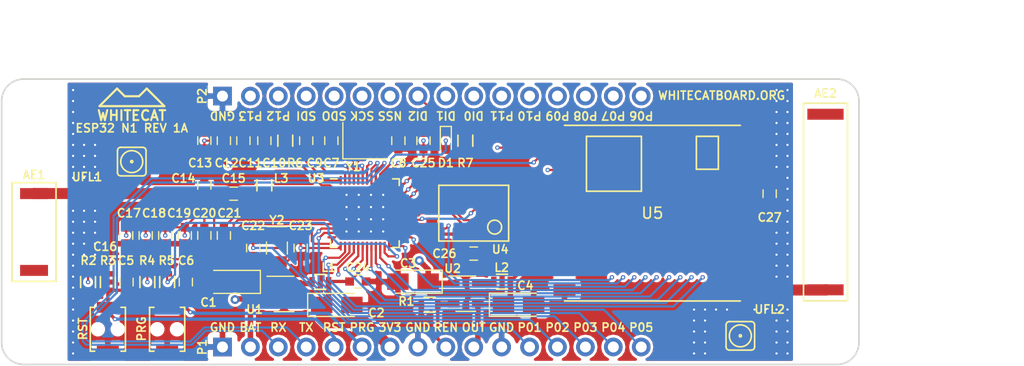
<source format=kicad_pcb>
(kicad_pcb (version 4) (host pcbnew 4.0.5)
  (layers (0 F.Cu signal hide) (1 In1.Cu signal hide) (2 In2.Cu signal hide) (31 B.Cu signal hide) (34 B.Paste user) (35 F.Paste user) (36 B.SilkS user) (37 F.SilkS user) (38 B.Mask user) (39 F.Mask user) (44 Edge.Cuts user))
  (net 0 "")
  (net 1 GND)
  (net 2 "Net-(L1-Pad1)")
  (net 3 "Net-(L2-Pad1)")
  (net 4 REG_EN)
  (net 5 REG_OUT)
  (net 6 VDD)
  (net 7 RST)
  (net 8 PRG)
  (net 9 EN)
  (net 10 IO0)
  (net 11 +BATT)
  (net 12 TX)
  (net 13 RX)
  (net 14 "Net-(C7-Pad1)")
  (net 15 "Net-(C8-Pad1)")
  (net 16 "Net-(C9-Pad1)")
  (net 17 "Net-(C10-Pad2)")
  (net 18 "Net-(AE1-Pad1)")
  (net 19 "Net-(AE1-Pad2)")
  (net 20 "Net-(C15-Pad1)")
  (net 21 "Net-(C20-Pad1)")
  (net 22 "Net-(C20-Pad2)")
  (net 23 "Net-(C21-Pad1)")
  (net 24 "Net-(C21-Pad2)")
  (net 25 IO34)
  (net 26 IO35)
  (net 27 IO32)
  (net 28 IO33)
  (net 29 IO25)
  (net 30 IO26)
  (net 31 IO14)
  (net 32 IO12)
  (net 33 IO13)
  (net 34 IO15)
  (net 35 IO2)
  (net 36 "Net-(D1-Pad1)")
  (net 37 VDD_SDIO)
  (net 38 SHD/SD2)
  (net 39 SWP/SD3)
  (net 40 SCS/CMD)
  (net 41 SCK/CLK)
  (net 42 SDO/SD0)
  (net 43 SDI/SD1)
  (net 44 IO22)
  (net 45 IO21)
  (net 46 "Net-(AE2-Pad1)")
  (net 47 "Net-(AE2-Pad2)")
  (net 48 "Net-(U5-Pad7)")
  (net 49 "Net-(U5-Pad11)")
  (net 50 "Net-(U5-Pad12)")
  (net 51 MISO)
  (net 52 MOSI)
  (net 53 SCK)
  (net 54 NSS)
  (net 55 DIO2)
  (net 56 DIO1)
  (net 57 DIO0)
  (module Crystals:Crystal_SMD_TXC_7M-4pin_3.2x2.5mm (layer F.Cu) (at 114.046 86.614)
    (fp_text reference Y1 (at -1.046 2.386) (layer F.SilkS) (effects (font (size 0.75 0.75))))
    (fp_text value 40MHz)
    (pad 1 smd rect (at -1.1 0.85) (size 1.4 1.2) (layers F.Cu F.Paste F.Mask) (net 14 "Net-(C7-Pad1)"))
    (pad 2 smd rect (at 1.1 0.85) (size 1.4 1.2) (layers F.Cu F.Paste F.Mask) (net 1 GND))
    (pad 3 smd rect (at 1.1 -0.85) (size 1.4 1.2) (layers F.Cu F.Paste F.Mask) (net 15 "Net-(C8-Pad1)"))
    (pad 4 smd rect (at -1.1 -0.85) (size 1.4 1.2) (layers F.Cu F.Paste F.Mask) (net 1 GND))
  )
  (module Crystals:Crystal_SMD_MicroCrystal_CC7V-T1A-2pin_3.2x1.5mm (layer F.Cu) (at 106.045 96.393 270)
    (fp_text reference Y2 (at -2.54 0 360) (layer F.SilkS) (effects (font (size 0.75 0.75))))
    (fp_text value 32.768KHz)
    (pad 1 smd rect (at -1.25 0 270) (size 1 1.8) (layers F.Cu F.Paste F.Mask) (net 27 IO32))
    (pad 2 smd rect (at 1.25 0 270) (size 1 1.8) (layers F.Cu F.Paste F.Mask) (net 28 IO33))
  )
  (module ESP32N1:STITCHING-VIA (layer F.Cu) (at 87.5 85)
    (fp_text reference "" hide)
    (fp_text value STITCHING-VIA hide)
    (pad 1 thru_hole circle (at 0 0) (size 0.4 0.4) (drill 0.2) (layers *.Cu) (net 1 GND))
  )
  (module ESP32N1:STITCHING-VIA (layer F.Cu) (at 87.5 86)
    (fp_text reference "" hide)
    (fp_text value STITCHING-VIA hide)
    (pad 1 thru_hole circle (at 0 0) (size 0.4 0.4) (drill 0.2) (layers *.Cu) (net 1 GND))
  )
  (module ESP32N1:STITCHING-VIA (layer F.Cu) (at 87.5 99)
    (fp_text reference "" hide)
    (fp_text value STITCHING-VIA hide)
    (pad 1 thru_hole circle (at 0 0) (size 0.4 0.4) (drill 0.2) (layers *.Cu) (net 1 GND))
  )
  (module ESP32N1:STITCHING-VIA (layer F.Cu) (at 87.5 100)
    (fp_text reference "" hide)
    (fp_text value STITCHING-VIA hide)
    (pad 1 thru_hole circle (at 0 0) (size 0.4 0.4) (drill 0.2) (layers *.Cu) (net 1 GND))
  )
  (module ESP32N1:STITCHING-VIA (layer F.Cu) (at 151.5 98)
    (fp_text reference "" hide)
    (fp_text value STITCHING-VIA hide)
    (pad 1 thru_hole circle (at 0 0) (size 0.4 0.4) (drill 0.2) (layers *.Cu) (net 1 GND))
  )
  (module ESP32N1:STITCHING-VIA (layer F.Cu) (at 152.5 99)
    (fp_text reference "" hide)
    (fp_text value STITCHING-VIA hide)
    (pad 1 thru_hole circle (at 0 0) (size 0.4 0.4) (drill 0.2) (layers *.Cu) (net 1 GND))
  )
  (module ESP32N1:STITCHING-VIA (layer F.Cu) (at 152.5 98)
    (fp_text reference "" hide)
    (fp_text value STITCHING-VIA hide)
    (pad 1 thru_hole circle (at 0 0) (size 0.4 0.4) (drill 0.2) (layers *.Cu) (net 1 GND))
  )
  (module ESP32N1:STITCHING-VIA (layer F.Cu) (at 152.5 97)
    (fp_text reference "" hide)
    (fp_text value STITCHING-VIA hide)
    (pad 1 thru_hole circle (at 0 0) (size 0.4 0.4) (drill 0.2) (layers *.Cu) (net 1 GND))
  )
  (module ESP32N1:STITCHING-VIA (layer F.Cu) (at 149.5 102)
    (fp_text reference "" hide)
    (fp_text value STITCHING-VIA hide)
    (pad 1 thru_hole circle (at 0 0) (size 0.4 0.4) (drill 0.2) (layers *.Cu) (net 1 GND))
  )
  (module ESP32N1:STITCHING-VIA (layer F.Cu) (at 151.5 102)
    (fp_text reference "" hide)
    (fp_text value STITCHING-VIA hide)
    (pad 1 thru_hole circle (at 0 0) (size 0.4 0.4) (drill 0.2) (layers *.Cu) (net 1 GND))
  )
  (module ESP32N1:STITCHING-VIA (layer F.Cu) (at 151.5 104)
    (fp_text reference "" hide)
    (fp_text value STITCHING-VIA hide)
    (pad 1 thru_hole circle (at 0 0) (size 0.4 0.4) (drill 0.2) (layers *.Cu) (net 1 GND))
  )
  (module ESP32N1:STITCHING-VIA (layer F.Cu) (at 150.5 102)
    (fp_text reference "" hide)
    (fp_text value STITCHING-VIA hide)
    (pad 1 thru_hole circle (at 0 0) (size 0.4 0.4) (drill 0.2) (layers *.Cu) (net 1 GND))
  )
  (module ESP32N1:STITCHING-VIA (layer F.Cu) (at 87.5 98)
    (fp_text reference "" hide)
    (fp_text value STITCHING-VIA hide)
    (pad 1 thru_hole circle (at 0 0) (size 0.4 0.4) (drill 0.2) (layers *.Cu) (net 1 GND))
  )
  (module ESP32N1:STITCHING-VIA (layer F.Cu) (at 89.5 97)
    (fp_text reference "" hide)
    (fp_text value STITCHING-VIA hide)
    (pad 1 thru_hole circle (at 0 0) (size 0.4 0.4) (drill 0.2) (layers *.Cu) (net 1 GND))
  )
  (module ESP32N1:STITCHING-VIA (layer F.Cu) (at 88.5 87)
    (fp_text reference "" hide)
    (fp_text value STITCHING-VIA hide)
    (pad 1 thru_hole circle (at 0 0) (size 0.4 0.4) (drill 0.2) (layers *.Cu) (net 1 GND))
  )
  (module ESP32N1:STITCHING-VIA (layer F.Cu) (at 87.5 87)
    (fp_text reference "" hide)
    (fp_text value STITCHING-VIA hide)
    (pad 1 thru_hole circle (at 0 0) (size 0.4 0.4) (drill 0.2) (layers *.Cu) (net 1 GND))
  )
  (module ESP32N1:STITCHING-VIA (layer F.Cu) (at 88.5 88)
    (fp_text reference "" hide)
    (fp_text value STITCHING-VIA hide)
    (pad 1 thru_hole circle (at 0 0) (size 0.4 0.4) (drill 0.2) (layers *.Cu) (net 1 GND))
  )
  (module ESP32N1:STITCHING-VIA (layer F.Cu) (at 89.5 88)
    (fp_text reference "" hide)
    (fp_text value STITCHING-VIA hide)
    (pad 1 thru_hole circle (at 0 0) (size 0.4 0.4) (drill 0.2) (layers *.Cu) (net 1 GND))
  )
  (module ESP32N1:STITCHING-VIA (layer F.Cu) (at 88.5 96)
    (fp_text reference "" hide)
    (fp_text value STITCHING-VIA hide)
    (pad 1 thru_hole circle (at 0 0) (size 0.4 0.4) (drill 0.2) (layers *.Cu) (net 1 GND))
  )
  (module ESP32N1:STITCHING-VIA (layer F.Cu) (at 89.5 96)
    (fp_text reference "" hide)
    (fp_text value STITCHING-VIA hide)
    (pad 1 thru_hole circle (at 0 0) (size 0.4 0.4) (drill 0.2) (layers *.Cu) (net 1 GND))
  )
  (module ESP32N1:STITCHING-VIA (layer F.Cu) (at 144 103)
    (fp_text reference "" hide)
    (fp_text value STITCHING-VIA hide)
    (pad 1 thru_hole circle (at 0 0) (size 0.4 0.4) (drill 0.2) (layers *.Cu) (net 1 GND))
  )
  (module ESP32N1:STITCHING-VIA (layer F.Cu) (at 145 106)
    (fp_text reference "" hide)
    (fp_text value STITCHING-VIA hide)
    (pad 1 thru_hole circle (at 0 0) (size 0.4 0.4) (drill 0.2) (layers *.Cu) (net 1 GND))
  )
  (module ESP32N1:STITCHING-VIA (layer F.Cu) (at 144 106)
    (fp_text reference "" hide)
    (fp_text value STITCHING-VIA hide)
    (pad 1 thru_hole circle (at 0 0) (size 0.4 0.4) (drill 0.2) (layers *.Cu) (net 1 GND))
  )
  (module ESP32N1:STITCHING-VIA (layer F.Cu) (at 147 102)
    (fp_text reference "" hide)
    (fp_text value STITCHING-VIA hide)
    (pad 1 thru_hole circle (at 0 0) (size 0.4 0.4) (drill 0.2) (layers *.Cu) (net 1 GND))
  )
  (module ESP32N1:STITCHING-VIA (layer F.Cu) (at 152.5 102)
    (fp_text reference "" hide)
    (fp_text value STITCHING-VIA hide)
    (pad 1 thru_hole circle (at 0 0) (size 0.4 0.4) (drill 0.2) (layers *.Cu) (net 1 GND))
  )
  (module ESP32N1:STITCHING-VIA (layer F.Cu) (at 146 102)
    (fp_text reference "" hide)
    (fp_text value STITCHING-VIA hide)
    (pad 1 thru_hole circle (at 0 0) (size 0.4 0.4) (drill 0.2) (layers *.Cu) (net 1 GND))
  )
  (module ESP32N1:STITCHING-VIA (layer F.Cu) (at 145 104)
    (fp_text reference "" hide)
    (fp_text value STITCHING-VIA hide)
    (pad 1 thru_hole circle (at 0 0) (size 0.4 0.4) (drill 0.2) (layers *.Cu) (net 1 GND))
  )
  (module ESP32N1:STITCHING-VIA (layer F.Cu) (at 151.5 105)
    (fp_text reference "" hide)
    (fp_text value STITCHING-VIA hide)
    (pad 1 thru_hole circle (at 0 0) (size 0.4 0.4) (drill 0.2) (layers *.Cu) (net 1 GND))
  )
  (module ESP32N1:STITCHING-VIA (layer F.Cu) (at 88.5 97)
    (fp_text reference "" hide)
    (fp_text value STITCHING-VIA hide)
    (pad 1 thru_hole circle (at 0 0) (size 0.4 0.4) (drill 0.2) (layers *.Cu) (net 1 GND))
  )
  (module ESP32N1:STITCHING-VIA (layer F.Cu) (at 87.5 97)
    (fp_text reference "" hide)
    (fp_text value STITCHING-VIA hide)
    (pad 1 thru_hole circle (at 0 0) (size 0.4 0.4) (drill 0.2) (layers *.Cu) (net 1 GND))
  )
  (module ESP32N1:STITCHING-VIA (layer F.Cu) (at 87.5 88)
    (fp_text reference "" hide)
    (fp_text value STITCHING-VIA hide)
    (pad 1 thru_hole circle (at 0 0) (size 0.4 0.4) (drill 0.2) (layers *.Cu) (net 1 GND))
  )
  (module ESP32N1:STITCHING-VIA (layer F.Cu) (at 89.5 87)
    (fp_text reference "" hide)
    (fp_text value STITCHING-VIA hide)
    (pad 1 thru_hole circle (at 0 0) (size 0.4 0.4) (drill 0.2) (layers *.Cu) (net 1 GND))
  )
  (module ESP32N1:STITCHING-VIA (layer F.Cu) (at 152.5 105)
    (fp_text reference "" hide)
    (fp_text value STITCHING-VIA hide)
    (pad 1 thru_hole circle (at 0 0) (size 0.4 0.4) (drill 0.2) (layers *.Cu) (net 1 GND))
  )
  (module ESP32N1:STITCHING-VIA (layer F.Cu) (at 145 103)
    (fp_text reference "" hide)
    (fp_text value STITCHING-VIA hide)
    (pad 1 thru_hole circle (at 0 0) (size 0.4 0.4) (drill 0.2) (layers *.Cu) (net 1 GND))
  )
  (module ESP32N1:STITCHING-VIA (layer F.Cu) (at 145 105)
    (fp_text reference "" hide)
    (fp_text value STITCHING-VIA hide)
    (pad 1 thru_hole circle (at 0 0) (size 0.4 0.4) (drill 0.2) (layers *.Cu) (net 1 GND))
  )
  (module ESP32N1:STITCHING-VIA (layer F.Cu) (at 151.5 106)
    (fp_text reference "" hide)
    (fp_text value STITCHING-VIA hide)
    (pad 1 thru_hole circle (at 0 0) (size 0.4 0.4) (drill 0.2) (layers *.Cu) (net 1 GND))
  )
  (module ESP32N1:STITCHING-VIA (layer F.Cu) (at 144 105)
    (fp_text reference "" hide)
    (fp_text value STITCHING-VIA hide)
    (pad 1 thru_hole circle (at 0 0) (size 0.4 0.4) (drill 0.2) (layers *.Cu) (net 1 GND))
  )
  (module ESP32N1:STITCHING-VIA (layer F.Cu) (at 144 104)
    (fp_text reference "" hide)
    (fp_text value STITCHING-VIA hide)
    (pad 1 thru_hole circle (at 0 0) (size 0.4 0.4) (drill 0.2) (layers *.Cu) (net 1 GND))
  )
  (module ESP32N1:STITCHING-VIA (layer F.Cu) (at 152.5 103)
    (fp_text reference "" hide)
    (fp_text value STITCHING-VIA hide)
    (pad 1 thru_hole circle (at 0 0) (size 0.4 0.4) (drill 0.2) (layers *.Cu) (net 1 GND))
  )
  (module ESP32N1:STITCHING-VIA (layer F.Cu) (at 152.5 104)
    (fp_text reference "" hide)
    (fp_text value STITCHING-VIA hide)
    (pad 1 thru_hole circle (at 0 0) (size 0.4 0.4) (drill 0.2) (layers *.Cu) (net 1 GND))
  )
  (module ESP32N1:STITCHING-VIA (layer F.Cu) (at 144 102)
    (fp_text reference "" hide)
    (fp_text value STITCHING-VIA hide)
    (pad 1 thru_hole circle (at 0 0) (size 0.4 0.4) (drill 0.2) (layers *.Cu) (net 1 GND))
  )
  (module ESP32N1:STITCHING-VIA (layer F.Cu) (at 152.5 106)
    (fp_text reference "" hide)
    (fp_text value STITCHING-VIA hide)
    (pad 1 thru_hole circle (at 0 0) (size 0.4 0.4) (drill 0.2) (layers *.Cu) (net 1 GND))
  )
  (module ESP32N1:STITCHING-VIA (layer F.Cu) (at 151.5 97)
    (fp_text reference "" hide)
    (fp_text value STITCHING-VIA hide)
    (pad 1 thru_hole circle (at 0 0) (size 0.4 0.4) (drill 0.2) (layers *.Cu) (net 1 GND))
  )
  (module ESP32N1:STITCHING-VIA (layer F.Cu) (at 151.5 96)
    (fp_text reference "" hide)
    (fp_text value STITCHING-VIA hide)
    (pad 1 thru_hole circle (at 0 0) (size 0.4 0.4) (drill 0.2) (layers *.Cu) (net 1 GND))
  )
  (module ESP32N1:STITCHING-VIA (layer F.Cu) (at 145 102)
    (fp_text reference "" hide)
    (fp_text value STITCHING-VIA hide)
    (pad 1 thru_hole circle (at 0 0) (size 0.4 0.4) (drill 0.2) (layers *.Cu) (net 1 GND))
  )
  (module ESP32N1:STITCHING-VIA (layer F.Cu) (at 151.5 103)
    (fp_text reference "" hide)
    (fp_text value STITCHING-VIA hide)
    (pad 1 thru_hole circle (at 0 0) (size 0.4 0.4) (drill 0.2) (layers *.Cu) (net 1 GND))
  )
  (module ESP32N1:STITCHING-VIA (layer F.Cu) (at 151.5 99)
    (fp_text reference "" hide)
    (fp_text value STITCHING-VIA hide)
    (pad 1 thru_hole circle (at 0 0) (size 0.4 0.4) (drill 0.2) (layers *.Cu) (net 1 GND))
  )
  (module ESP32N1:STITCHING-VIA (layer F.Cu) (at 88.5 90)
    (fp_text reference "" hide)
    (fp_text value STITCHING-VIA hide)
    (pad 1 thru_hole circle (at 0 0) (size 0.4 0.4) (drill 0.2) (layers *.Cu) (net 1 GND))
  )
  (module ESP32N1:STITCHING-VIA (layer F.Cu) (at 89.5 90)
    (fp_text reference "" hide)
    (fp_text value STITCHING-VIA hide)
    (pad 1 thru_hole circle (at 0 0) (size 0.4 0.4) (drill 0.2) (layers *.Cu) (net 1 GND))
  )
  (module ESP32N1:STITCHING-VIA (layer F.Cu) (at 88.5 94)
    (fp_text reference "" hide)
    (fp_text value STITCHING-VIA hide)
    (pad 1 thru_hole circle (at 0 0) (size 0.4 0.4) (drill 0.2) (layers *.Cu) (net 1 GND))
  )
  (module ESP32N1:STITCHING-VIA (layer F.Cu) (at 89.5 94)
    (fp_text reference "" hide)
    (fp_text value STITCHING-VIA hide)
    (pad 1 thru_hole circle (at 0 0) (size 0.4 0.4) (drill 0.2) (layers *.Cu) (net 1 GND))
  )
  (module ESP32N1:STITCHING-VIA (layer F.Cu) (at 87.5 103)
    (fp_text reference "" hide)
    (fp_text value STITCHING-VIA hide)
    (pad 1 thru_hole circle (at 0 0) (size 0.4 0.4) (drill 0.2) (layers *.Cu) (net 1 GND))
  )
  (module ESP32N1:STITCHING-VIA (layer F.Cu) (at 87.5 104)
    (fp_text reference "" hide)
    (fp_text value STITCHING-VIA hide)
    (pad 1 thru_hole circle (at 0 0) (size 0.4 0.4) (drill 0.2) (layers *.Cu) (net 1 GND))
  )
  (module ESP32N1:STITCHING-VIA (layer F.Cu) (at 87.5 102)
    (fp_text reference "" hide)
    (fp_text value STITCHING-VIA hide)
    (pad 1 thru_hole circle (at 0 0) (size 0.4 0.4) (drill 0.2) (layers *.Cu) (net 1 GND))
  )
  (module ESP32N1:STITCHING-VIA (layer F.Cu) (at 87.5 101)
    (fp_text reference "" hide)
    (fp_text value STITCHING-VIA hide)
    (pad 1 thru_hole circle (at 0 0) (size 0.4 0.4) (drill 0.2) (layers *.Cu) (net 1 GND))
  )
  (module ESP32N1:STITCHING-VIA (layer F.Cu) (at 87.5 94)
    (fp_text reference "" hide)
    (fp_text value STITCHING-VIA hide)
    (pad 1 thru_hole circle (at 0 0) (size 0.4 0.4) (drill 0.2) (layers *.Cu) (net 1 GND))
  )
  (module ESP32N1:STITCHING-VIA (layer F.Cu) (at 89.5 93)
    (fp_text reference "" hide)
    (fp_text value STITCHING-VIA hide)
    (pad 1 thru_hole circle (at 0 0) (size 0.4 0.4) (drill 0.2) (layers *.Cu) (net 1 GND))
  )
  (module ESP32N1:STITCHING-VIA (layer F.Cu) (at 88.5 93)
    (fp_text reference "" hide)
    (fp_text value STITCHING-VIA hide)
    (pad 1 thru_hole circle (at 0 0) (size 0.4 0.4) (drill 0.2) (layers *.Cu) (net 1 GND))
  )
  (module ESP32N1:STITCHING-VIA (layer F.Cu) (at 87.5 93)
    (fp_text reference "" hide)
    (fp_text value STITCHING-VIA hide)
    (pad 1 thru_hole circle (at 0 0) (size 0.4 0.4) (drill 0.2) (layers *.Cu) (net 1 GND))
  )
  (module ESP32N1:STITCHING-VIA (layer F.Cu) (at 89.5 89)
    (fp_text reference "" hide)
    (fp_text value STITCHING-VIA hide)
    (pad 1 thru_hole circle (at 0 0) (size 0.4 0.4) (drill 0.2) (layers *.Cu) (net 1 GND))
  )
  (module ESP32N1:STITCHING-VIA (layer F.Cu) (at 87.5 90)
    (fp_text reference "" hide)
    (fp_text value STITCHING-VIA hide)
    (pad 1 thru_hole circle (at 0 0) (size 0.4 0.4) (drill 0.2) (layers *.Cu) (net 1 GND))
  )
  (module ESP32N1:STITCHING-VIA (layer F.Cu) (at 87.5 95)
    (fp_text reference "" hide)
    (fp_text value STITCHING-VIA hide)
    (pad 1 thru_hole circle (at 0 0) (size 0.4 0.4) (drill 0.2) (layers *.Cu) (net 1 GND))
  )
  (module ESP32N1:STITCHING-VIA (layer F.Cu) (at 88.5 95)
    (fp_text reference "" hide)
    (fp_text value STITCHING-VIA hide)
    (pad 1 thru_hole circle (at 0 0) (size 0.4 0.4) (drill 0.2) (layers *.Cu) (net 1 GND))
  )
  (module ESP32N1:STITCHING-VIA (layer F.Cu) (at 87.5 105)
    (fp_text reference "" hide)
    (fp_text value STITCHING-VIA hide)
    (pad 1 thru_hole circle (at 0 0) (size 0.4 0.4) (drill 0.2) (layers *.Cu) (net 1 GND))
  )
  (module ESP32N1:STITCHING-VIA (layer F.Cu) (at 87.5 106)
    (fp_text reference "" hide)
    (fp_text value STITCHING-VIA hide)
    (pad 1 thru_hole circle (at 0 0) (size 0.4 0.4) (drill 0.2) (layers *.Cu) (net 1 GND))
  )
  (module ESP32N1:STITCHING-VIA (layer F.Cu) (at 87.5 96)
    (fp_text reference "" hide)
    (fp_text value STITCHING-VIA hide)
    (pad 1 thru_hole circle (at 0 0) (size 0.4 0.4) (drill 0.2) (layers *.Cu) (net 1 GND))
  )
  (module ESP32N1:STITCHING-VIA (layer F.Cu) (at 89.5 95)
    (fp_text reference "" hide)
    (fp_text value STITCHING-VIA hide)
    (pad 1 thru_hole circle (at 0 0) (size 0.4 0.4) (drill 0.2) (layers *.Cu) (net 1 GND))
  )
  (module ESP32N1:STITCHING-VIA (layer F.Cu) (at 88.5 89)
    (fp_text reference "" hide)
    (fp_text value STITCHING-VIA hide)
    (pad 1 thru_hole circle (at 0 0) (size 0.4 0.4) (drill 0.2) (layers *.Cu) (net 1 GND))
  )
  (module ESP32N1:STITCHING-VIA (layer F.Cu) (at 87.5 89)
    (fp_text reference "" hide)
    (fp_text value STITCHING-VIA hide)
    (pad 1 thru_hole circle (at 0 0) (size 0.4 0.4) (drill 0.2) (layers *.Cu) (net 1 GND))
  )
  (module ESP32N1:STITCHING-VIA (layer F.Cu) (at 152.5 89)
    (fp_text reference "" hide)
    (fp_text value STITCHING-VIA hide)
    (pad 1 thru_hole circle (at 0 0) (size 0.4 0.4) (drill 0.2) (layers *.Cu) (net 1 GND))
  )
  (module ESP32N1:STITCHING-VIA (layer F.Cu) (at 151.5 89)
    (fp_text reference "" hide)
    (fp_text value STITCHING-VIA hide)
    (pad 1 thru_hole circle (at 0 0) (size 0.4 0.4) (drill 0.2) (layers *.Cu) (net 1 GND))
  )
  (module ESP32N1:STITCHING-VIA (layer F.Cu) (at 152.5 86)
    (fp_text reference "" hide)
    (fp_text value STITCHING-VIA hide)
    (pad 1 thru_hole circle (at 0 0) (size 0.4 0.4) (drill 0.2) (layers *.Cu) (net 1 GND))
  )
  (module ESP32N1:STITCHING-VIA (layer F.Cu) (at 151.5 86)
    (fp_text reference "" hide)
    (fp_text value STITCHING-VIA hide)
    (pad 1 thru_hole circle (at 0 0) (size 0.4 0.4) (drill 0.2) (layers *.Cu) (net 1 GND))
  )
  (module ESP32N1:STITCHING-VIA (layer F.Cu) (at 151.5 82)
    (fp_text reference "" hide)
    (fp_text value STITCHING-VIA hide)
    (pad 1 thru_hole circle (at 0 0) (size 0.4 0.4) (drill 0.2) (layers *.Cu) (net 1 GND))
  )
  (module ESP32N1:STITCHING-VIA (layer F.Cu) (at 152.5 82)
    (fp_text reference "" hide)
    (fp_text value STITCHING-VIA hide)
    (pad 1 thru_hole circle (at 0 0) (size 0.4 0.4) (drill 0.2) (layers *.Cu) (net 1 GND))
  )
  (module ESP32N1:STITCHING-VIA (layer F.Cu) (at 152.5 84)
    (fp_text reference "" hide)
    (fp_text value STITCHING-VIA hide)
    (pad 1 thru_hole circle (at 0 0) (size 0.4 0.4) (drill 0.2) (layers *.Cu) (net 1 GND))
  )
  (module ESP32N1:STITCHING-VIA (layer F.Cu) (at 151.5 85)
    (fp_text reference "" hide)
    (fp_text value STITCHING-VIA hide)
    (pad 1 thru_hole circle (at 0 0) (size 0.4 0.4) (drill 0.2) (layers *.Cu) (net 1 GND))
  )
  (module ESP32N1:STITCHING-VIA (layer F.Cu) (at 152.5 85)
    (fp_text reference "" hide)
    (fp_text value STITCHING-VIA hide)
    (pad 1 thru_hole circle (at 0 0) (size 0.4 0.4) (drill 0.2) (layers *.Cu) (net 1 GND))
  )
  (module ESP32N1:STITCHING-VIA (layer F.Cu) (at 151.5 87)
    (fp_text reference "" hide)
    (fp_text value STITCHING-VIA hide)
    (pad 1 thru_hole circle (at 0 0) (size 0.4 0.4) (drill 0.2) (layers *.Cu) (net 1 GND))
  )
  (module ESP32N1:STITCHING-VIA (layer F.Cu) (at 152.5 83)
    (fp_text reference "" hide)
    (fp_text value STITCHING-VIA hide)
    (pad 1 thru_hole circle (at 0 0) (size 0.4 0.4) (drill 0.2) (layers *.Cu) (net 1 GND))
  )
  (module ESP32N1:STITCHING-VIA (layer F.Cu) (at 151.5 83)
    (fp_text reference "" hide)
    (fp_text value STITCHING-VIA hide)
    (pad 1 thru_hole circle (at 0 0) (size 0.4 0.4) (drill 0.2) (layers *.Cu) (net 1 GND))
  )
  (module ESP32N1:STITCHING-VIA (layer F.Cu) (at 151.5 88)
    (fp_text reference "" hide)
    (fp_text value STITCHING-VIA hide)
    (pad 1 thru_hole circle (at 0 0) (size 0.4 0.4) (drill 0.2) (layers *.Cu) (net 1 GND))
  )
  (module ESP32N1:STITCHING-VIA (layer F.Cu) (at 152.5 88)
    (fp_text reference "" hide)
    (fp_text value STITCHING-VIA hide)
    (pad 1 thru_hole circle (at 0 0) (size 0.4 0.4) (drill 0.2) (layers *.Cu) (net 1 GND))
  )
  (module ESP32N1:STITCHING-VIA (layer F.Cu) (at 152.5 90)
    (fp_text reference "" hide)
    (fp_text value STITCHING-VIA hide)
    (pad 1 thru_hole circle (at 0 0) (size 0.4 0.4) (drill 0.2) (layers *.Cu) (net 1 GND))
  )
  (module ESP32N1:STITCHING-VIA (layer F.Cu) (at 152.5 87)
    (fp_text reference "" hide)
    (fp_text value STITCHING-VIA hide)
    (pad 1 thru_hole circle (at 0 0) (size 0.4 0.4) (drill 0.2) (layers *.Cu) (net 1 GND))
  )
  (module ESP32N1:STITCHING-VIA (layer F.Cu) (at 151.5 84)
    (fp_text reference "" hide)
    (fp_text value STITCHING-VIA hide)
    (pad 1 thru_hole circle (at 0 0) (size 0.4 0.4) (drill 0.2) (layers *.Cu) (net 1 GND))
  )
  (module ESP32N1:STITCHING-VIA (layer F.Cu) (at 152.5 93)
    (fp_text reference "" hide)
    (fp_text value STITCHING-VIA hide)
    (pad 1 thru_hole circle (at 0 0) (size 0.4 0.4) (drill 0.2) (layers *.Cu) (net 1 GND))
  )
  (module ESP32N1:STITCHING-VIA (layer F.Cu) (at 151.5 94)
    (fp_text reference "" hide)
    (fp_text value STITCHING-VIA hide)
    (pad 1 thru_hole circle (at 0 0) (size 0.4 0.4) (drill 0.2) (layers *.Cu) (net 1 GND))
  )
  (module ESP32N1:STITCHING-VIA (layer F.Cu) (at 152.5 94)
    (fp_text reference "" hide)
    (fp_text value STITCHING-VIA hide)
    (pad 1 thru_hole circle (at 0 0) (size 0.4 0.4) (drill 0.2) (layers *.Cu) (net 1 GND))
  )
  (module ESP32N1:STITCHING-VIA (layer F.Cu) (at 152.5 92)
    (fp_text reference "" hide)
    (fp_text value STITCHING-VIA hide)
    (pad 1 thru_hole circle (at 0 0) (size 0.4 0.4) (drill 0.2) (layers *.Cu) (net 1 GND))
  )
  (module ESP32N1:STITCHING-VIA (layer F.Cu) (at 152.5 91)
    (fp_text reference "" hide)
    (fp_text value STITCHING-VIA hide)
    (pad 1 thru_hole circle (at 0 0) (size 0.4 0.4) (drill 0.2) (layers *.Cu) (net 1 GND))
  )
  (module ESP32N1:STITCHING-VIA (layer F.Cu) (at 152.5 95)
    (fp_text reference "" hide)
    (fp_text value STITCHING-VIA hide)
    (pad 1 thru_hole circle (at 0 0) (size 0.4 0.4) (drill 0.2) (layers *.Cu) (net 1 GND))
  )
  (module ESP32N1:STITCHING-VIA (layer F.Cu) (at 151.5 95)
    (fp_text reference "" hide)
    (fp_text value STITCHING-VIA hide)
    (pad 1 thru_hole circle (at 0 0) (size 0.4 0.4) (drill 0.2) (layers *.Cu) (net 1 GND))
  )
  (module ESP32N1:STITCHING-VIA (layer F.Cu) (at 87.5 84)
    (fp_text reference "" hide)
    (fp_text value STITCHING-VIA hide)
    (pad 1 thru_hole circle (at 0 0) (size 0.4 0.4) (drill 0.2) (layers *.Cu) (net 1 GND))
  )
  (module ESP32N1:STITCHING-VIA (layer F.Cu) (at 152.5 96)
    (fp_text reference "" hide)
    (fp_text value STITCHING-VIA hide)
    (pad 1 thru_hole circle (at 0 0) (size 0.4 0.4) (drill 0.2) (layers *.Cu) (net 1 GND))
  )
  (module ESP32N1:STITCHING-VIA (layer F.Cu) (at 87.5 83)
    (fp_text reference "" hide)
    (fp_text value STITCHING-VIA hide)
    (pad 1 thru_hole circle (at 0 0) (size 0.4 0.4) (drill 0.2) (layers *.Cu) (net 1 GND))
  )
  (module ESP32N1:RFM95W (layer F.Cu) (at 140.208 93.218)
    (fp_text reference U5 (at 0 0) (layer F.SilkS))
    (fp_text value RFM95)
    (pad 1 smd rect (at -8 -7) (size 2 1) (layers F.Cu F.Paste F.Mask) (net 1 GND))
    (pad 2 smd rect (at -8 -5) (size 2 1) (layers F.Cu F.Paste F.Mask) (net 51 MISO))
    (pad 3 smd rect (at -8 -3) (size 2 1) (layers F.Cu F.Paste F.Mask) (net 52 MOSI))
    (pad 4 smd rect (at -8 -1) (size 2 1) (layers F.Cu F.Paste F.Mask) (net 53 SCK))
    (pad 5 smd rect (at -8 1) (size 2 1) (layers F.Cu F.Paste F.Mask) (net 54 NSS))
    (pad 6 smd rect (at -8 3) (size 2 1) (layers F.Cu F.Paste F.Mask) (net 5 REG_OUT))
    (pad 7 smd rect (at -8 5) (size 2 1) (layers F.Cu F.Paste F.Mask) (net 48 "Net-(U5-Pad7)"))
    (pad 8 smd rect (at -8 7) (size 2 1) (layers F.Cu F.Paste F.Mask) (net 1 GND))
    (pad 9 smd rect (at 8 7) (size 2 1) (layers F.Cu F.Paste F.Mask) (net 46 "Net-(AE2-Pad1)"))
    (pad 10 smd rect (at 8 5) (size 2 1) (layers F.Cu F.Paste F.Mask) (net 1 GND))
    (pad 11 smd rect (at 8 3) (size 2 1) (layers F.Cu F.Paste F.Mask) (net 49 "Net-(U5-Pad11)"))
    (pad 12 smd rect (at 8 1) (size 2 1) (layers F.Cu F.Paste F.Mask) (net 50 "Net-(U5-Pad12)"))
    (pad 13 smd rect (at 8 -1) (size 2 1) (layers F.Cu F.Paste F.Mask) (net 5 REG_OUT))
    (pad 14 smd rect (at 8 -3) (size 2 1) (layers F.Cu F.Paste F.Mask) (net 57 DIO0))
    (pad 15 smd rect (at 8 -5) (size 2 1) (layers F.Cu F.Paste F.Mask) (net 56 DIO1))
    (pad 16 smd rect (at 8 -7) (size 2 1) (layers F.Cu F.Paste F.Mask) (net 55 DIO2))
  )
  (module ESP32N1:ANT2.4 (layer F.Cu) (at 83.947 94.9325)
    (fp_text reference AE1 (at 0 -5.207 180) (layer F.SilkS) (effects (font (size 0.75 0.75))))
    (fp_text value ANT2.4)
    (pad 1 smd rect (at 0 -3.5) (size 2.54 1) (layers F.Cu F.Paste F.Mask) (net 18 "Net-(AE1-Pad1)"))
    (pad 2 smd rect (at 0 3.5) (size 2.54 1) (layers F.Cu F.Paste F.Mask) (net 19 "Net-(AE1-Pad2)"))
  )
  (module ESP32N1:SOIC-8-208 (layer F.Cu) (at 123.952 93.218 180)
    (fp_text reference U4 (at -2.413 -3.302 180) (layer F.SilkS) (effects (font (size 0.75 0.75))))
    (fp_text value FLASH)
    (pad 1 smd rect (at -3.81 -1.905 180) (size 1 0.48) (layers F.Cu F.Paste F.Mask) (net 40 SCS/CMD))
    (pad 2 smd rect (at -3.81 -0.635 180) (size 1 0.48) (layers F.Cu F.Paste F.Mask) (net 42 SDO/SD0))
    (pad 3 smd rect (at -3.81 0.635 180) (size 1 0.48) (layers F.Cu F.Paste F.Mask) (net 39 SWP/SD3))
    (pad 4 smd rect (at -3.81 1.905 180) (size 1 0.48) (layers F.Cu F.Paste F.Mask) (net 1 GND))
    (pad 5 smd rect (at 3.81 1.905 180) (size 1 0.48) (layers F.Cu F.Paste F.Mask) (net 43 SDI/SD1))
    (pad 6 smd rect (at 3.81 0.635 180) (size 1 0.48) (layers F.Cu F.Paste F.Mask) (net 41 SCK/CLK))
    (pad 7 smd rect (at 3.81 -0.635 180) (size 1 0.48) (layers F.Cu F.Paste F.Mask) (net 38 SHD/SD2))
    (pad 8 smd rect (at 3.81 -1.905 180) (size 1 0.48) (layers F.Cu F.Paste F.Mask) (net 37 VDD_SDIO))
  )
  (module ESP32N1:ANT868 (layer F.Cu) (at 155.956 92.202 180)
    (fp_text reference AE2 (at 0 9.906 360) (layer F.SilkS) (effects (font (size 0.75 0.75))))
    (fp_text value ANT868)
    (pad 1 smd rect (at 0 -8 180) (size 3.3 1) (layers F.Cu F.Paste F.Mask) (net 46 "Net-(AE2-Pad1)"))
    (pad 2 smd rect (at 0 8 180) (size 3.3 1) (layers F.Cu F.Paste F.Mask) (net 47 "Net-(AE2-Pad2)"))
  )
  (module Capacitors_SMD:C_0603 (layer F.Cu) (at 97.663 95.25 270)
    (fp_text reference C19 (at -2.032 0.508 360) (layer F.SilkS) (effects (font (size 0.75 0.75))))
    (fp_text value 0.1uF)
    (pad 1 smd rect (at -0.75 0 270) (size 0.8 0.75) (layers F.Cu F.Paste F.Mask) (net 6 VDD))
    (pad 2 smd rect (at 0.75 0 270) (size 0.8 0.75) (layers F.Cu F.Paste F.Mask) (net 1 GND))
  )
  (module ESP32N1:COAXIAL_U.FL-R-SMT-1 (layer F.Cu) (at 92.837 88.519)
    (fp_text reference UFL1 (at -4.064 1.397 180) (layer F.SilkS) (effects (font (size 0.75 0.75))))
    (fp_text value UFL hide)
    (pad 2 smd rect (at -1.475 0) (size 1.05 2.2) (layers F.Cu F.Paste F.Mask) (net 1 GND))
    (pad 2 smd rect (at 1.475 0) (size 1.05 2.2) (layers F.Cu F.Paste F.Mask) (net 1 GND))
    (pad 1 smd rect (at 0 1.525) (size 1 1.05) (layers F.Cu F.Paste F.Mask) (net 18 "Net-(AE1-Pad1)"))
  )
  (module Housings_DFN_QFN:UQFN-48-1EP_6x6mm_Pitch0.4mm (layer F.Cu) (at 114.046 93.218)
    (fp_text reference U3 (at -4.445 -3.175) (layer F.SilkS) (effects (font (size 0.75 0.75))))
    (fp_text value ESP32)
    (pad 1 smd rect (at -3 -2.2) (size 0.8 0.2) (layers F.Cu F.Paste F.Mask) (net 6 VDD))
    (pad 2 smd rect (at -3 -1.8) (size 0.8 0.2) (layers F.Cu F.Paste F.Mask) (net 20 "Net-(C15-Pad1)"))
    (pad 3 smd rect (at -3 -1.4) (size 0.8 0.2) (layers F.Cu F.Paste F.Mask) (net 6 VDD))
    (pad 4 smd rect (at -3 -1) (size 0.8 0.2) (layers F.Cu F.Paste F.Mask) (net 6 VDD))
    (pad 5 smd rect (at -3 -0.6) (size 0.8 0.2) (layers F.Cu F.Paste F.Mask) (net 21 "Net-(C20-Pad1)"))
    (pad 6 smd rect (at -3 -0.2) (size 0.8 0.2) (layers F.Cu F.Paste F.Mask) (net 22 "Net-(C20-Pad2)"))
    (pad 7 smd rect (at -3 0.2) (size 0.8 0.2) (layers F.Cu F.Paste F.Mask) (net 23 "Net-(C21-Pad1)"))
    (pad 8 smd rect (at -3 0.6) (size 0.8 0.2) (layers F.Cu F.Paste F.Mask) (net 24 "Net-(C21-Pad2)"))
    (pad 9 smd rect (at -3 1) (size 0.8 0.2) (layers F.Cu F.Paste F.Mask) (net 9 EN))
    (pad 10 smd rect (at -3 1.4) (size 0.8 0.2) (layers F.Cu F.Paste F.Mask) (net 25 IO34))
    (pad 11 smd rect (at -3 1.8) (size 0.8 0.2) (layers F.Cu F.Paste F.Mask) (net 26 IO35))
    (pad 12 smd rect (at -3 2.2) (size 0.8 0.2) (layers F.Cu F.Paste F.Mask) (net 27 IO32))
    (pad 13 smd rect (at -2.2 3 90) (size 0.8 0.2) (layers F.Cu F.Paste F.Mask) (net 28 IO33))
    (pad 14 smd rect (at -1.8 3 90) (size 0.8 0.2) (layers F.Cu F.Paste F.Mask) (net 29 IO25))
    (pad 15 smd rect (at -1.4 3 90) (size 0.8 0.2) (layers F.Cu F.Paste F.Mask) (net 30 IO26))
    (pad 16 smd rect (at -1 3 90) (size 0.8 0.2) (layers F.Cu F.Paste F.Mask) (net 4 REG_EN))
    (pad 17 smd rect (at -0.6 3 90) (size 0.8 0.2) (layers F.Cu F.Paste F.Mask) (net 31 IO14))
    (pad 18 smd rect (at -0.2 3 90) (size 0.8 0.2) (layers F.Cu F.Paste F.Mask) (net 32 IO12))
    (pad 19 smd rect (at 0.2 3 90) (size 0.8 0.2) (layers F.Cu F.Paste F.Mask) (net 6 VDD))
    (pad 20 smd rect (at 0.6 3 90) (size 0.8 0.2) (layers F.Cu F.Paste F.Mask) (net 33 IO13))
    (pad 21 smd rect (at 1 3 90) (size 0.8 0.2) (layers F.Cu F.Paste F.Mask) (net 34 IO15))
    (pad 22 smd rect (at 1.4 3 90) (size 0.8 0.2) (layers F.Cu F.Paste F.Mask) (net 35 IO2))
    (pad 23 smd rect (at 1.8 3 90) (size 0.8 0.2) (layers F.Cu F.Paste F.Mask) (net 10 IO0))
    (pad 24 smd rect (at 2.2 3 90) (size 0.8 0.2) (layers F.Cu F.Paste F.Mask) (net 57 DIO0))
    (pad 25 smd rect (at 3 2.2) (size 0.8 0.2) (layers F.Cu F.Paste F.Mask) (net 56 DIO1))
    (pad 26 smd rect (at 3 1.8) (size 0.8 0.2) (layers F.Cu F.Paste F.Mask) (net 37 VDD_SDIO))
    (pad 27 smd rect (at 3 1.4) (size 0.8 0.2) (layers F.Cu F.Paste F.Mask) (net 55 DIO2))
    (pad 28 smd rect (at 3 1) (size 0.8 0.2) (layers F.Cu F.Paste F.Mask) (net 38 SHD/SD2))
    (pad 29 smd rect (at 3 0.6) (size 0.8 0.2) (layers F.Cu F.Paste F.Mask) (net 39 SWP/SD3))
    (pad 30 smd rect (at 3 0.2) (size 0.8 0.2) (layers F.Cu F.Paste F.Mask) (net 40 SCS/CMD))
    (pad 31 smd rect (at 3 -0.2) (size 0.8 0.2) (layers F.Cu F.Paste F.Mask) (net 41 SCK/CLK))
    (pad 32 smd rect (at 3 -0.6) (size 0.8 0.2) (layers F.Cu F.Paste F.Mask) (net 42 SDO/SD0))
    (pad 33 smd rect (at 3 -1) (size 0.8 0.2) (layers F.Cu F.Paste F.Mask) (net 43 SDI/SD1))
    (pad 34 smd rect (at 3 -1.4) (size 0.8 0.2) (layers F.Cu F.Paste F.Mask) (net 54 NSS))
    (pad 35 smd rect (at 3 -1.8) (size 0.8 0.2) (layers F.Cu F.Paste F.Mask) (net 53 SCK))
    (pad 36 smd rect (at 3 -2.2) (size 0.8 0.2) (layers F.Cu F.Paste F.Mask) (net 52 MOSI))
    (pad 37 smd rect (at 2.2 -3 90) (size 0.8 0.2) (layers F.Cu F.Paste F.Mask) (net 6 VDD))
    (pad 38 smd rect (at 1.8 -3 90) (size 0.8 0.2) (layers F.Cu F.Paste F.Mask) (net 51 MISO))
    (pad 39 smd rect (at 1.4 -3 90) (size 0.8 0.2) (layers F.Cu F.Paste F.Mask) (net 44 IO22))
    (pad 40 smd rect (at 1 -3 90) (size 0.8 0.2) (layers F.Cu F.Paste F.Mask) (net 12 TX))
    (pad 41 smd rect (at 0.6 -3 90) (size 0.8 0.2) (layers F.Cu F.Paste F.Mask) (net 13 RX))
    (pad 42 smd rect (at 0.2 -3 90) (size 0.8 0.2) (layers F.Cu F.Paste F.Mask) (net 45 IO21))
    (pad 43 smd rect (at -0.2 -3 90) (size 0.8 0.2) (layers F.Cu F.Paste F.Mask) (net 6 VDD))
    (pad 44 smd rect (at -0.6 -3 90) (size 0.8 0.2) (layers F.Cu F.Paste F.Mask) (net 15 "Net-(C8-Pad1)"))
    (pad 45 smd rect (at -1 -3 90) (size 0.8 0.2) (layers F.Cu F.Paste F.Mask) (net 14 "Net-(C7-Pad1)"))
    (pad 46 smd rect (at -1.4 -3 90) (size 0.8 0.2) (layers F.Cu F.Paste F.Mask) (net 6 VDD))
    (pad 47 smd rect (at -1.8 -3 90) (size 0.8 0.2) (layers F.Cu F.Paste F.Mask) (net 16 "Net-(C9-Pad1)"))
    (pad 48 smd rect (at -2.2 -3 90) (size 0.8 0.2) (layers F.Cu F.Paste F.Mask) (net 17 "Net-(C10-Pad2)"))
    (pad 49 smd rect (at 1.66875 1.66875) (size 1.1125 1.1125) (layers F.Cu F.Paste F.Mask) (net 1 GND))
    (pad 49 smd rect (at 1.66875 0.55625) (size 1.1125 1.1125) (layers F.Cu F.Paste F.Mask) (net 1 GND))
    (pad 49 smd rect (at 1.66875 -0.55625) (size 1.1125 1.1125) (layers F.Cu F.Paste F.Mask) (net 1 GND))
    (pad 49 smd rect (at 1.66875 -1.66875) (size 1.1125 1.1125) (layers F.Cu F.Paste F.Mask) (net 1 GND))
    (pad 49 smd rect (at 0.55625 1.66875) (size 1.1125 1.1125) (layers F.Cu F.Paste F.Mask) (net 1 GND))
    (pad 49 smd rect (at 0.55625 0.55625) (size 1.1125 1.1125) (layers F.Cu F.Paste F.Mask) (net 1 GND))
    (pad 49 smd rect (at 0.55625 -0.55625) (size 1.1125 1.1125) (layers F.Cu F.Paste F.Mask) (net 1 GND))
    (pad 49 smd rect (at 0.55625 -1.66875) (size 1.1125 1.1125) (layers F.Cu F.Paste F.Mask) (net 1 GND))
    (pad 49 smd rect (at -0.55625 1.66875) (size 1.1125 1.1125) (layers F.Cu F.Paste F.Mask) (net 1 GND))
    (pad 49 smd rect (at -0.55625 0.55625) (size 1.1125 1.1125) (layers F.Cu F.Paste F.Mask) (net 1 GND))
    (pad 49 smd rect (at -0.55625 -0.55625) (size 1.1125 1.1125) (layers F.Cu F.Paste F.Mask) (net 1 GND))
    (pad 49 smd rect (at -0.55625 -1.66875) (size 1.1125 1.1125) (layers F.Cu F.Paste F.Mask) (net 1 GND))
    (pad 49 smd rect (at -1.66875 1.66875) (size 1.1125 1.1125) (layers F.Cu F.Paste F.Mask) (net 1 GND))
    (pad 49 smd rect (at -1.66875 0.55625) (size 1.1125 1.1125) (layers F.Cu F.Paste F.Mask) (net 1 GND))
    (pad 49 smd rect (at -1.66875 -0.55625) (size 1.1125 1.1125) (layers F.Cu F.Paste F.Mask) (net 1 GND))
    (pad 49 smd rect (at -1.66875 -1.66875) (size 1.1125 1.1125) (layers F.Cu F.Paste F.Mask) (net 1 GND))
  )
  (module Resistors_SMD:R_0603 (layer F.Cu) (at 109.992 99.479)
    (fp_text reference L1 (at 0.752 -1.308) (layer F.SilkS) (effects (font (size 0.75 0.75))))
    (fp_text value 2.2uH)
    (pad 1 smd rect (at -0.75 0) (size 0.5 0.9) (layers F.Cu F.Paste F.Mask) (net 2 "Net-(L1-Pad1)"))
    (pad 2 smd rect (at 0.75 0) (size 0.5 0.9) (layers F.Cu F.Paste F.Mask) (net 6 VDD))
  )
  (module ESP32N1:PTS820 (layer F.Cu) (at 96.058 103.796 90)
    (fp_text reference SW2 hide)
    (fp_text value PRG)
    (pad "" np_thru_hole circle (at 0 -0.9 90) (size 0.8 0.8) (drill 0.8) (layers *.Cu *.Mask))
    (pad "" np_thru_hole circle (at 0 0.9 90) (size 0.8 0.8) (drill 0.8) (layers *.Cu *.Mask))
    (pad 2 smd rect (at 2 0 90) (size 1 2) (layers F.Cu F.Paste F.Mask) (net 8 PRG))
    (pad 1 smd rect (at -2 0 90) (size 1 2) (layers F.Cu F.Paste F.Mask) (net 1 GND))
  )
  (module ESP32N1:PTS820 (layer F.Cu) (at 90.6605 103.7945 90)
    (fp_text reference SW1 hide)
    (fp_text value RST)
    (pad "" np_thru_hole circle (at 0 -0.9 90) (size 0.8 0.8) (drill 0.8) (layers *.Cu *.Mask))
    (pad "" np_thru_hole circle (at 0 0.9 90) (size 0.8 0.8) (drill 0.8) (layers *.Cu *.Mask))
    (pad 2 smd rect (at 2 0 90) (size 1 2) (layers F.Cu F.Paste F.Mask) (net 7 RST))
    (pad 1 smd rect (at -2 0 90) (size 1 2) (layers F.Cu F.Paste F.Mask) (net 1 GND))
  )
  (module Pin_Headers:Pin_Header_Straight_1x16_Pitch2.54mm (layer F.Cu) (at 101.092 82.55 90)
    (fp_text reference P2 (at 0 -1.8415 90) (layer F.SilkS) (effects (font (size 0.75 0.75))))
    (fp_text value CONN_01X16)
    (pad 1 thru_hole rect (at 0 0 90) (size 1.7 1.7) (drill 1) (layers *.Cu *.Mask) (net 1 GND))
    (pad 2 thru_hole oval (at 0 2.54 90) (size 1.7 1.7) (drill 1) (layers *.Cu *.Mask) (net 45 IO21))
    (pad 3 thru_hole oval (at 0 5.08 90) (size 1.7 1.7) (drill 1) (layers *.Cu *.Mask) (net 44 IO22))
    (pad 4 thru_hole oval (at 0 7.62 90) (size 1.7 1.7) (drill 1) (layers *.Cu *.Mask) (net 51 MISO))
    (pad 5 thru_hole oval (at 0 10.16 90) (size 1.7 1.7) (drill 1) (layers *.Cu *.Mask) (net 52 MOSI))
    (pad 6 thru_hole oval (at 0 12.7 90) (size 1.7 1.7) (drill 1) (layers *.Cu *.Mask) (net 53 SCK))
    (pad 7 thru_hole oval (at 0 15.24 90) (size 1.7 1.7) (drill 1) (layers *.Cu *.Mask) (net 54 NSS))
    (pad 8 thru_hole oval (at 0 17.78 90) (size 1.7 1.7) (drill 1) (layers *.Cu *.Mask) (net 55 DIO2))
    (pad 9 thru_hole oval (at 0 20.32 90) (size 1.7 1.7) (drill 1) (layers *.Cu *.Mask) (net 56 DIO1))
    (pad 10 thru_hole oval (at 0 22.86 90) (size 1.7 1.7) (drill 1) (layers *.Cu *.Mask) (net 57 DIO0))
    (pad 11 thru_hole oval (at 0 25.4 90) (size 1.7 1.7) (drill 1) (layers *.Cu *.Mask) (net 35 IO2))
    (pad 12 thru_hole oval (at 0 27.94 90) (size 1.7 1.7) (drill 1) (layers *.Cu *.Mask) (net 34 IO15))
    (pad 13 thru_hole oval (at 0 30.48 90) (size 1.7 1.7) (drill 1) (layers *.Cu *.Mask) (net 33 IO13))
    (pad 14 thru_hole oval (at 0 33.02 90) (size 1.7 1.7) (drill 1) (layers *.Cu *.Mask) (net 32 IO12))
    (pad 15 thru_hole oval (at 0 35.56 90) (size 1.7 1.7) (drill 1) (layers *.Cu *.Mask) (net 31 IO14))
    (pad 16 thru_hole oval (at 0 38.1 90) (size 1.7 1.7) (drill 1) (layers *.Cu *.Mask) (net 30 IO26))
  )
  (module Pin_Headers:Pin_Header_Straight_1x16_Pitch2.54mm (layer F.Cu) (at 101.092 105.41 90)
    (fp_text reference P1 (at 0 -1.8415 90) (layer F.SilkS) (effects (font (size 0.75 0.75))))
    (fp_text value CONN_01X16)
    (pad 1 thru_hole rect (at 0 0 90) (size 1.7 1.7) (drill 1) (layers *.Cu *.Mask) (net 1 GND))
    (pad 2 thru_hole oval (at 0 2.54 90) (size 1.7 1.7) (drill 1) (layers *.Cu *.Mask) (net 11 +BATT))
    (pad 3 thru_hole oval (at 0 5.08 90) (size 1.7 1.7) (drill 1) (layers *.Cu *.Mask) (net 13 RX))
    (pad 4 thru_hole oval (at 0 7.62 90) (size 1.7 1.7) (drill 1) (layers *.Cu *.Mask) (net 12 TX))
    (pad 5 thru_hole oval (at 0 10.16 90) (size 1.7 1.7) (drill 1) (layers *.Cu *.Mask) (net 7 RST))
    (pad 6 thru_hole oval (at 0 12.7 90) (size 1.7 1.7) (drill 1) (layers *.Cu *.Mask) (net 8 PRG))
    (pad 7 thru_hole oval (at 0 15.24 90) (size 1.7 1.7) (drill 1) (layers *.Cu *.Mask) (net 6 VDD))
    (pad 8 thru_hole oval (at 0 17.78 90) (size 1.7 1.7) (drill 1) (layers *.Cu *.Mask) (net 1 GND))
    (pad 9 thru_hole oval (at 0 20.32 90) (size 1.7 1.7) (drill 1) (layers *.Cu *.Mask) (net 4 REG_EN))
    (pad 10 thru_hole oval (at 0 22.86 90) (size 1.7 1.7) (drill 1) (layers *.Cu *.Mask) (net 5 REG_OUT))
    (pad 11 thru_hole oval (at 0 25.4 90) (size 1.7 1.7) (drill 1) (layers *.Cu *.Mask) (net 1 GND))
    (pad 12 thru_hole oval (at 0 27.94 90) (size 1.7 1.7) (drill 1) (layers *.Cu *.Mask) (net 27 IO32))
    (pad 13 thru_hole oval (at 0 30.48 90) (size 1.7 1.7) (drill 1) (layers *.Cu *.Mask) (net 28 IO33))
    (pad 14 thru_hole oval (at 0 33.02 90) (size 1.7 1.7) (drill 1) (layers *.Cu *.Mask) (net 25 IO34))
    (pad 15 thru_hole oval (at 0 35.56 90) (size 1.7 1.7) (drill 1) (layers *.Cu *.Mask) (net 26 IO35))
    (pad 16 thru_hole oval (at 0 38.1 90) (size 1.7 1.7) (drill 1) (layers *.Cu *.Mask) (net 29 IO25))
  )
  (module Capacitors_Tantalum_SMD:CP_Tantalum_Case-A_EIA-3216-18_Reflow (layer F.Cu) (at 128.03 101.557)
    (fp_text reference C4 (at 0.621 -1.735) (layer F.SilkS) (effects (font (size 0.75 0.75))))
    (fp_text value 10uF)
    (pad 1 smd rect (at -1.375 0) (size 1.95 1.5) (layers F.Cu F.Paste F.Mask) (net 5 REG_OUT))
    (pad 2 smd rect (at 1.375 0) (size 1.95 1.5) (layers F.Cu F.Paste F.Mask) (net 1 GND))
  )
  (module Capacitors_Tantalum_SMD:CP_Tantalum_Case-A_EIA-3216-18_Reflow (layer F.Cu) (at 118.43 99.457 180)
    (fp_text reference C3 (at 0.447 1.667 180) (layer F.SilkS) (effects (font (size 0.75 0.75))))
    (fp_text value 4.7uF)
    (pad 1 smd rect (at -1.375 0 180) (size 1.95 1.5) (layers F.Cu F.Paste F.Mask) (net 11 +BATT))
    (pad 2 smd rect (at 1.375 0 180) (size 1.95 1.5) (layers F.Cu F.Paste F.Mask) (net 1 GND))
  )
  (module Capacitors_Tantalum_SMD:CP_Tantalum_Case-A_EIA-3216-18_Reflow (layer F.Cu) (at 111.492 101.579)
    (fp_text reference C2 (at 3.608 0.721) (layer F.SilkS) (effects (font (size 0.75 0.75))))
    (fp_text value 10uF)
    (pad 1 smd rect (at -1.375 0) (size 1.95 1.5) (layers F.Cu F.Paste F.Mask) (net 6 VDD))
    (pad 2 smd rect (at 1.375 0) (size 1.95 1.5) (layers F.Cu F.Paste F.Mask) (net 1 GND))
  )
  (module Capacitors_Tantalum_SMD:CP_Tantalum_Case-A_EIA-3216-18_Reflow (layer F.Cu) (at 101.892 99.479 180)
    (fp_text reference C1 (at 2.07 -1.867 180) (layer F.SilkS) (effects (font (size 0.75 0.75))))
    (fp_text value 4.7uF)
    (pad 1 smd rect (at -1.375 0 180) (size 1.95 1.5) (layers F.Cu F.Paste F.Mask) (net 11 +BATT))
    (pad 2 smd rect (at 1.375 0 180) (size 1.95 1.5) (layers F.Cu F.Paste F.Mask) (net 1 GND))
  )
  (module Resistors_SMD:R_0603 (layer F.Cu) (at 126.53 99.457)
    (fp_text reference L2 (at -0.038 -1.286) (layer F.SilkS) (effects (font (size 0.75 0.75))))
    (fp_text value 2.2uH)
    (pad 1 smd rect (at -0.75 0) (size 0.5 0.9) (layers F.Cu F.Paste F.Mask) (net 3 "Net-(L2-Pad1)"))
    (pad 2 smd rect (at 0.75 0) (size 0.5 0.9) (layers F.Cu F.Paste F.Mask) (net 5 REG_OUT))
  )
  (module Resistors_SMD:R_0603 (layer F.Cu) (at 119.93 101.557)
    (fp_text reference R1 (at -2.1 -0.3) (layer F.SilkS) (effects (font (size 0.75 0.75))))
    (fp_text value 12K)
    (pad 1 smd rect (at -0.75 0) (size 0.5 0.9) (layers F.Cu F.Paste F.Mask) (net 1 GND))
    (pad 2 smd rect (at 0.75 0) (size 0.5 0.9) (layers F.Cu F.Paste F.Mask) (net 4 REG_EN))
  )
  (module TO_SOT_Packages_SMD:SOT-23-5 (layer F.Cu) (at 106.692 100.579)
    (fp_text reference U1 (at -2.679 1.402) (layer F.SilkS) (effects (font (size 0.75 0.75))))
    (fp_text value LM3671)
    (pad 1 smd rect (at -1.1 -0.95) (size 1.06 0.65) (layers F.Cu F.Paste F.Mask) (net 11 +BATT))
    (pad 2 smd rect (at -1.1 0) (size 1.06 0.65) (layers F.Cu F.Paste F.Mask) (net 1 GND))
    (pad 3 smd rect (at -1.1 0.95) (size 1.06 0.65) (layers F.Cu F.Paste F.Mask) (net 11 +BATT))
    (pad 4 smd rect (at 1.1 0.95) (size 1.06 0.65) (layers F.Cu F.Paste F.Mask) (net 6 VDD))
    (pad 5 smd rect (at 1.1 -0.95) (size 1.06 0.65) (layers F.Cu F.Paste F.Mask) (net 2 "Net-(L1-Pad1)"))
  )
  (module TO_SOT_Packages_SMD:SOT-23-5 (layer F.Cu) (at 123.23 100.557)
    (fp_text reference U2 (at -1.2 -2.3) (layer F.SilkS) (effects (font (size 0.75 0.75))))
    (fp_text value LM3671)
    (pad 1 smd rect (at -1.1 -0.95) (size 1.06 0.65) (layers F.Cu F.Paste F.Mask) (net 11 +BATT))
    (pad 2 smd rect (at -1.1 0) (size 1.06 0.65) (layers F.Cu F.Paste F.Mask) (net 1 GND))
    (pad 3 smd rect (at -1.1 0.95) (size 1.06 0.65) (layers F.Cu F.Paste F.Mask) (net 4 REG_EN))
    (pad 4 smd rect (at 1.1 0.95) (size 1.06 0.65) (layers F.Cu F.Paste F.Mask) (net 5 REG_OUT))
    (pad 5 smd rect (at 1.1 -0.95) (size 1.06 0.65) (layers F.Cu F.Paste F.Mask) (net 3 "Net-(L2-Pad1)"))
  )
  (module Capacitors_SMD:C_0603 (layer F.Cu) (at 92.3605 99.4945 90)
    (fp_text reference C5 (at 1.9585 -0.0315 180) (layer F.SilkS) (effects (font (size 0.75 0.75))))
    (fp_text value 1nF)
    (pad 1 smd rect (at -0.75 0 90) (size 0.8 0.75) (layers F.Cu F.Paste F.Mask) (net 7 RST))
    (pad 2 smd rect (at 0.75 0 90) (size 0.8 0.75) (layers F.Cu F.Paste F.Mask) (net 1 GND))
  )
  (module Capacitors_SMD:C_0603 (layer F.Cu) (at 97.758 99.496 90)
    (fp_text reference C6 (at 1.96 0.032 180) (layer F.SilkS) (effects (font (size 0.75 0.75))))
    (fp_text value 1nF)
    (pad 1 smd rect (at -0.75 0 90) (size 0.8 0.75) (layers F.Cu F.Paste F.Mask) (net 8 PRG))
    (pad 2 smd rect (at 0.75 0 90) (size 0.8 0.75) (layers F.Cu F.Paste F.Mask) (net 1 GND))
  )
  (module Resistors_SMD:R_0603 (layer F.Cu) (at 88.8605 99.4945 270)
    (fp_text reference R2 (at -1.9585 -0.0395 360) (layer F.SilkS) (effects (font (size 0.75 0.75))))
    (fp_text value 12K)
    (pad 1 smd rect (at -0.75 0 270) (size 0.5 0.9) (layers F.Cu F.Paste F.Mask) (net 6 VDD))
    (pad 2 smd rect (at 0.75 0 270) (size 0.5 0.9) (layers F.Cu F.Paste F.Mask) (net 7 RST))
  )
  (module Resistors_SMD:R_0603 (layer F.Cu) (at 90.6605 99.4945 270)
    (fp_text reference R3 (at -1.9585 -0.0175 360) (layer F.SilkS) (effects (font (size 0.75 0.75))))
    (fp_text value 470R)
    (pad 1 smd rect (at -0.75 0 270) (size 0.5 0.9) (layers F.Cu F.Paste F.Mask) (net 9 EN))
    (pad 2 smd rect (at 0.75 0 270) (size 0.5 0.9) (layers F.Cu F.Paste F.Mask) (net 7 RST))
  )
  (module Resistors_SMD:R_0603 (layer F.Cu) (at 94.258 99.496 270)
    (fp_text reference R4 (at -1.96 0.024 360) (layer F.SilkS) (effects (font (size 0.75 0.75))))
    (fp_text value 12K)
    (pad 1 smd rect (at -0.75 0 270) (size 0.5 0.9) (layers F.Cu F.Paste F.Mask) (net 6 VDD))
    (pad 2 smd rect (at 0.75 0 270) (size 0.5 0.9) (layers F.Cu F.Paste F.Mask) (net 8 PRG))
  )
  (module Resistors_SMD:R_0603 (layer F.Cu) (at 96.058 99.496 270)
    (fp_text reference R5 (at -1.96 0.046 360) (layer F.SilkS) (effects (font (size 0.75 0.75))))
    (fp_text value 470R)
    (pad 1 smd rect (at -0.75 0 270) (size 0.5 0.9) (layers F.Cu F.Paste F.Mask) (net 10 IO0))
    (pad 2 smd rect (at 0.75 0 270) (size 0.5 0.9) (layers F.Cu F.Paste F.Mask) (net 8 PRG))
  )
  (module Mounting_Holes:MountingHole_3.2mm_M3 (layer F.Cu) (at 84 104)
    (fp_text reference REF** hide)
    (fp_text value MountingHole_3.2mm_M3)
    (pad 1 np_thru_hole circle (at 0 0) (size 3.2 3.2) (drill 3.2) (layers *.Cu *.Mask))
  )
  (module Mounting_Holes:MountingHole_3.2mm_M3 (layer F.Cu) (at 84 84)
    (fp_text reference REF** hide)
    (fp_text value MountingHole_3.2mm_M3)
    (pad 1 np_thru_hole circle (at 0 0) (size 3.2 3.2) (drill 3.2) (layers *.Cu *.Mask))
  )
  (module Mounting_Holes:MountingHole_3.2mm_M3 (layer F.Cu) (at 156 104)
    (fp_text reference REF** hide)
    (fp_text value MountingHole_3.2mm_M3)
    (pad 1 np_thru_hole circle (at 0 0) (size 3.2 3.2) (drill 3.2) (layers *.Cu *.Mask))
  )
  (module Capacitors_SMD:C_0603 (layer F.Cu) (at 110.998 86.614 90)
    (fp_text reference C7 (at -2.032 0 180) (layer F.SilkS) (effects (font (size 0.75 0.75))))
    (fp_text value 22pF)
    (pad 1 smd rect (at -0.75 0 90) (size 0.8 0.75) (layers F.Cu F.Paste F.Mask) (net 14 "Net-(C7-Pad1)"))
    (pad 2 smd rect (at 0.75 0 90) (size 0.8 0.75) (layers F.Cu F.Paste F.Mask) (net 1 GND))
  )
  (module Capacitors_SMD:C_0603 (layer F.Cu) (at 117.094 86.614 270)
    (fp_text reference C8 (at 2.032 0 360) (layer F.SilkS) (effects (font (size 0.75 0.75))))
    (fp_text value 22pF)
    (pad 1 smd rect (at -0.75 0 270) (size 0.8 0.75) (layers F.Cu F.Paste F.Mask) (net 15 "Net-(C8-Pad1)"))
    (pad 2 smd rect (at 0.75 0 270) (size 0.8 0.75) (layers F.Cu F.Paste F.Mask) (net 1 GND))
  )
  (module Capacitors_SMD:C_0603 (layer F.Cu) (at 108.712 86.614 270)
    (fp_text reference C9 (at 2.032 -0.762 360) (layer F.SilkS) (effects (font (size 0.75 0.75))))
    (fp_text value 3.3nF)
    (pad 1 smd rect (at -0.75 0 270) (size 0.8 0.75) (layers F.Cu F.Paste F.Mask) (net 16 "Net-(C9-Pad1)"))
    (pad 2 smd rect (at 0.75 0 270) (size 0.8 0.75) (layers F.Cu F.Paste F.Mask) (net 17 "Net-(C10-Pad2)"))
  )
  (module Capacitors_SMD:C_0603 (layer F.Cu) (at 104.902 86.614 270)
    (fp_text reference C10 (at 2.032 -0.889 360) (layer F.SilkS) (effects (font (size 0.75 0.75))))
    (fp_text value 10nF)
    (pad 1 smd rect (at -0.75 0 270) (size 0.8 0.75) (layers F.Cu F.Paste F.Mask) (net 1 GND))
    (pad 2 smd rect (at 0.75 0 270) (size 0.8 0.75) (layers F.Cu F.Paste F.Mask) (net 17 "Net-(C10-Pad2)"))
  )
  (module Resistors_SMD:R_0603 (layer F.Cu) (at 106.807 86.614 270)
    (fp_text reference R6 (at 2.032 -0.889 360) (layer F.SilkS) (effects (font (size 0.75 0.75))))
    (fp_text value 20K)
    (pad 1 smd rect (at -0.75 0 270) (size 0.5 0.9) (layers F.Cu F.Paste F.Mask) (net 16 "Net-(C9-Pad1)"))
    (pad 2 smd rect (at 0.75 0 270) (size 0.5 0.9) (layers F.Cu F.Paste F.Mask) (net 17 "Net-(C10-Pad2)"))
  )
  (module Capacitors_SMD:C_0603 (layer F.Cu) (at 102.997 86.614 90)
    (fp_text reference C11 (at -2.032 0.635 180) (layer F.SilkS) (effects (font (size 0.75 0.75))))
    (fp_text value 100pF)
    (pad 1 smd rect (at -0.75 0 90) (size 0.8 0.75) (layers F.Cu F.Paste F.Mask) (net 6 VDD))
    (pad 2 smd rect (at 0.75 0 90) (size 0.8 0.75) (layers F.Cu F.Paste F.Mask) (net 1 GND))
  )
  (module Capacitors_SMD:C_0603 (layer F.Cu) (at 101.219 86.614 90)
    (fp_text reference C12 (at -2.032 0.254 180) (layer F.SilkS) (effects (font (size 0.75 0.75))))
    (fp_text value 1uF)
    (pad 1 smd rect (at -0.75 0 90) (size 0.8 0.75) (layers F.Cu F.Paste F.Mask) (net 6 VDD))
    (pad 2 smd rect (at 0.75 0 90) (size 0.8 0.75) (layers F.Cu F.Paste F.Mask) (net 1 GND))
  )
  (module Capacitors_SMD:C_0603 (layer F.Cu) (at 99.441 86.602 90)
    (fp_text reference C13 (at -2.044 -0.381 180) (layer F.SilkS) (effects (font (size 0.75 0.75))))
    (fp_text value 0.1uF)
    (pad 1 smd rect (at -0.75 0 90) (size 0.8 0.75) (layers F.Cu F.Paste F.Mask) (net 6 VDD))
    (pad 2 smd rect (at 0.75 0 90) (size 0.8 0.75) (layers F.Cu F.Paste F.Mask) (net 1 GND))
  )
  (module Capacitors_SMD:C_0603 (layer F.Cu) (at 99.441 90.678 270)
    (fp_text reference C14 (at -0.635 1.905 540) (layer F.SilkS) (effects (font (size 0.75 0.75))))
    (fp_text value 2.4pF)
    (pad 1 smd rect (at -0.75 0 270) (size 0.8 0.75) (layers F.Cu F.Paste F.Mask) (net 1 GND))
    (pad 2 smd rect (at 0.75 0 270) (size 0.8 0.75) (layers F.Cu F.Paste F.Mask) (net 18 "Net-(AE1-Pad1)"))
  )
  (module Capacitors_SMD:C_0603 (layer F.Cu) (at 102.108 91.44 180)
    (fp_text reference C15 (at 0 1.397 180) (layer F.SilkS) (effects (font (size 0.75 0.75))))
    (fp_text value 3.9pF)
    (pad 1 smd rect (at -0.75 0 180) (size 0.8 0.75) (layers F.Cu F.Paste F.Mask) (net 20 "Net-(C15-Pad1)"))
    (pad 2 smd rect (at 0.75 0 180) (size 0.8 0.75) (layers F.Cu F.Paste F.Mask) (net 18 "Net-(AE1-Pad1)"))
  )
  (module Resistors_SMD:R_0603 (layer F.Cu) (at 104.902 90.678 270)
    (fp_text reference L3 (at -0.635 -1.524 360) (layer F.SilkS) (effects (font (size 0.75 0.75))))
    (fp_text value 2.7nH)
    (pad 1 smd rect (at -0.75 0 270) (size 0.5 0.9) (layers F.Cu F.Paste F.Mask) (net 1 GND))
    (pad 2 smd rect (at 0.75 0 270) (size 0.5 0.9) (layers F.Cu F.Paste F.Mask) (net 20 "Net-(C15-Pad1)"))
  )
  (module Capacitors_SMD:C_0603 (layer F.Cu) (at 92.329 95.25 270)
    (fp_text reference C16 (at 1.016 1.905 360) (layer F.SilkS) (effects (font (size 0.75 0.75))))
    (fp_text value 1uF)
    (pad 1 smd rect (at -0.75 0 270) (size 0.8 0.75) (layers F.Cu F.Paste F.Mask) (net 6 VDD))
    (pad 2 smd rect (at 0.75 0 270) (size 0.8 0.75) (layers F.Cu F.Paste F.Mask) (net 1 GND))
  )
  (module Capacitors_SMD:C_0603 (layer F.Cu) (at 94.107 95.25 270)
    (fp_text reference C17 (at -2.032 1.524 360) (layer F.SilkS) (effects (font (size 0.75 0.75))))
    (fp_text value 10uF)
    (pad 1 smd rect (at -0.75 0 270) (size 0.8 0.75) (layers F.Cu F.Paste F.Mask) (net 6 VDD))
    (pad 2 smd rect (at 0.75 0 270) (size 0.8 0.75) (layers F.Cu F.Paste F.Mask) (net 1 GND))
  )
  (module Capacitors_SMD:C_0603 (layer F.Cu) (at 95.885 95.25 270)
    (fp_text reference C18 (at -2.032 1.016 360) (layer F.SilkS) (effects (font (size 0.75 0.75))))
    (fp_text value 10uF)
    (pad 1 smd rect (at -0.75 0 270) (size 0.8 0.75) (layers F.Cu F.Paste F.Mask) (net 6 VDD))
    (pad 2 smd rect (at 0.75 0 270) (size 0.8 0.75) (layers F.Cu F.Paste F.Mask) (net 1 GND))
  )
  (module Capacitors_SMD:C_0603 (layer F.Cu) (at 99.441 95.25 270)
    (fp_text reference C20 (at -2.032 0 360) (layer F.SilkS) (effects (font (size 0.75 0.75))))
    (fp_text value 270pF)
    (pad 1 smd rect (at -0.75 0 270) (size 0.8 0.75) (layers F.Cu F.Paste F.Mask) (net 21 "Net-(C20-Pad1)"))
    (pad 2 smd rect (at 0.75 0 270) (size 0.8 0.75) (layers F.Cu F.Paste F.Mask) (net 22 "Net-(C20-Pad2)"))
  )
  (module Capacitors_SMD:C_0603 (layer F.Cu) (at 101.219 95.25 270)
    (fp_text reference C21 (at -2.032 -0.508 360) (layer F.SilkS) (effects (font (size 0.75 0.75))))
    (fp_text value 270pF)
    (pad 1 smd rect (at -0.75 0 270) (size 0.8 0.75) (layers F.Cu F.Paste F.Mask) (net 23 "Net-(C21-Pad1)"))
    (pad 2 smd rect (at 0.75 0 270) (size 0.8 0.75) (layers F.Cu F.Paste F.Mask) (net 24 "Net-(C21-Pad2)"))
  )
  (module Capacitors_SMD:C_0603 (layer F.Cu) (at 103.886 96.393 270)
    (fp_text reference C22 (at -2.032 0 360) (layer F.SilkS) (effects (font (size 0.75 0.75))))
    (fp_text value 15pF)
    (pad 1 smd rect (at -0.75 0 270) (size 0.8 0.75) (layers F.Cu F.Paste F.Mask) (net 27 IO32))
    (pad 2 smd rect (at 0.75 0 270) (size 0.8 0.75) (layers F.Cu F.Paste F.Mask) (net 1 GND))
  )
  (module Capacitors_SMD:C_0603 (layer F.Cu) (at 108.204 96.393 270)
    (fp_text reference C23 (at -2.032 0 360) (layer F.SilkS) (effects (font (size 0.75 0.75))))
    (fp_text value 15pF)
    (pad 1 smd rect (at -0.75 0 270) (size 0.8 0.75) (layers F.Cu F.Paste F.Mask) (net 28 IO33))
    (pad 2 smd rect (at 0.75 0 270) (size 0.8 0.75) (layers F.Cu F.Paste F.Mask) (net 1 GND))
  )
  (module Capacitors_SMD:C_0603 (layer F.Cu) (at 113.411 99.441)
    (fp_text reference C24 (at 0 -1.27) (layer F.SilkS) (effects (font (size 0.75 0.75))))
    (fp_text value 0.1uF)
    (pad 1 smd rect (at -0.75 0) (size 0.8 0.75) (layers F.Cu F.Paste F.Mask) (net 6 VDD))
    (pad 2 smd rect (at 0.75 0) (size 0.8 0.75) (layers F.Cu F.Paste F.Mask) (net 1 GND))
  )
  (module LEDs:LED_0603 (layer F.Cu) (at 121.412 86.614 270)
    (fp_text reference D1 (at 2.032 0 360) (layer F.SilkS) (effects (font (size 0.75 0.75))))
    (fp_text value LED)
    (pad 2 smd rect (at 0.8 0 90) (size 0.8 0.8) (layers F.Cu F.Paste F.Mask) (net 44 IO22))
    (pad 1 smd rect (at -0.8 0 90) (size 0.8 0.8) (layers F.Cu F.Paste F.Mask) (net 36 "Net-(D1-Pad1)"))
  )
  (module Resistors_SMD:R_0603 (layer F.Cu) (at 123.19 86.614 270)
    (fp_text reference R7 (at 2.032 0 360) (layer F.SilkS) (effects (font (size 0.75 0.75))))
    (fp_text value 470R)
    (pad 1 smd rect (at -0.75 0 270) (size 0.5 0.9) (layers F.Cu F.Paste F.Mask) (net 36 "Net-(D1-Pad1)"))
    (pad 2 smd rect (at 0.75 0 270) (size 0.5 0.9) (layers F.Cu F.Paste F.Mask) (net 1 GND))
  )
  (module Capacitors_SMD:C_0603 (layer F.Cu) (at 119.38 86.614 270)
    (fp_text reference C25 (at 2.032 0 360) (layer F.SilkS) (effects (font (size 0.75 0.75))))
    (fp_text value 0.1uF)
    (pad 1 smd rect (at -0.75 0 270) (size 0.8 0.75) (layers F.Cu F.Paste F.Mask) (net 1 GND))
    (pad 2 smd rect (at 0.75 0 270) (size 0.8 0.75) (layers F.Cu F.Paste F.Mask) (net 6 VDD))
  )
  (module Capacitors_SMD:C_0603 (layer F.Cu) (at 123.952 96.901 180)
    (fp_text reference C26 (at 2.667 0 180) (layer F.SilkS) (effects (font (size 0.75 0.75))))
    (fp_text value 1uF)
    (pad 1 smd rect (at -0.75 0 180) (size 0.8 0.75) (layers F.Cu F.Paste F.Mask) (net 1 GND))
    (pad 2 smd rect (at 0.75 0 180) (size 0.8 0.75) (layers F.Cu F.Paste F.Mask) (net 37 VDD_SDIO))
  )
  (module Capacitors_SMD:C_0603 (layer F.Cu) (at 150.876 91.44 270)
    (fp_text reference C27 (at 2.159 0 360) (layer F.SilkS) (effects (font (size 0.75 0.75))))
    (fp_text value 10uF)
    (pad 1 smd rect (at -0.75 0 270) (size 0.8 0.75) (layers F.Cu F.Paste F.Mask) (net 1 GND))
    (pad 2 smd rect (at 0.75 0 270) (size 0.8 0.75) (layers F.Cu F.Paste F.Mask) (net 5 REG_OUT))
  )
  (module ESP32N1:COAXIAL_U.FL-R-SMT-1 (layer F.Cu) (at 148.209 104.394 180)
    (fp_text reference UFL2 (at -2.667 2.413 180) (layer F.SilkS) (effects (font (size 0.75 0.75))))
    (fp_text value UFL hide)
    (pad 2 smd rect (at -1.475 0 180) (size 1.05 2.2) (layers F.Cu F.Paste F.Mask) (net 1 GND))
    (pad 2 smd rect (at 1.475 0 180) (size 1.05 2.2) (layers F.Cu F.Paste F.Mask) (net 1 GND))
    (pad 1 smd rect (at 0 1.525 180) (size 1 1.05) (layers F.Cu F.Paste F.Mask) (net 46 "Net-(AE2-Pad1)"))
  )
  (module ESP32N1:STITCHING-VIA (layer F.Cu) (at 87.5 82)
    (fp_text reference "" hide)
    (fp_text value STITCHING-VIA hide)
    (pad 1 thru_hole circle (at 0 0) (size 0.4 0.4) (drill 0.2) (layers *.Cu) (net 1 GND))
  )
  (gr_text WHITECATBOARD.ORG (at 146.5 82.5) (layer F.SilkS) (effects (font (size 0.75 0.75))))
  (gr_text WHITECAT (at 92.837 84.328) (layer F.SilkS) (effects (font (size 0.9 0.9) (thickness 0.1875))))
  (gr_line (start 91.5 81.865) (end 89.9 83.465) (angle 90) (layer F.SilkS) (width 0.2))
  (gr_line (start 92.2 82.565) (end 91.5 81.865) (angle 90) (layer F.SilkS) (width 0.2))
  (gr_line (start 93.5 82.565) (end 92.2 82.565) (angle 90) (layer F.SilkS) (width 0.2))
  (gr_line (start 94.2 81.865) (end 93.5 82.565) (angle 90) (layer F.SilkS) (width 0.2))
  (gr_line (start 95.8 83.465) (end 94.2 81.865) (angle 90) (layer F.SilkS) (width 0.2))
  (gr_line (start 90 83.465) (end 95.8 83.465) (angle 90) (layer F.SilkS) (width 0.2))
  (gr_text P12 (at 106.172 84.328 180) (layer F.SilkS) (effects (font (size 0.75 0.75))))
  (gr_text NSS (at 116.332 84.328 180) (layer F.SilkS) (effects (font (size 0.75 0.75))))
  (gr_text SCK (at 113.792 84.328 180) (layer F.SilkS) (effects (font (size 0.75 0.75))))
  (gr_text SDO (at 111.252 84.328 180) (layer F.SilkS) (effects (font (size 0.75 0.75))))
  (gr_text P13 (at 103.632 84.328 180) (layer F.SilkS) (effects (font (size 0.75 0.75))))
  (gr_text P01 (at 129.032 103.632) (layer F.SilkS) (effects (font (size 0.75 0.75))))
  (gr_text GND (at 126.492 103.632) (layer F.SilkS) (effects (font (size 0.75 0.75))))
  (gr_text REN (at 121.412 103.632) (layer F.SilkS) (effects (font (size 0.75 0.75))))
  (gr_text 3V3 (at 116.332 103.632) (layer F.SilkS) (effects (font (size 0.75 0.75))))
  (gr_text PRG (at 113.792 103.632) (layer F.SilkS) (effects (font (size 0.75 0.75))))
  (gr_text GND (at 118.872 103.632) (layer F.SilkS) (effects (font (size 0.75 0.75))))
  (gr_text OUT (at 123.952 103.632) (layer F.SilkS) (effects (font (size 0.75 0.75))))
  (gr_text P02 (at 131.572 103.632) (layer F.SilkS) (effects (font (size 0.75 0.75))))
  (gr_text P07 (at 136.652 84.328 180) (layer F.SilkS) (effects (font (size 0.75 0.75))))
  (gr_text P04 (at 136.652 103.632) (layer F.SilkS) (effects (font (size 0.75 0.75))))
  (gr_text P08 (at 134.112 84.328 180) (layer F.SilkS) (effects (font (size 0.75 0.75))))
  (gr_text P11 (at 126.492 84.328 180) (layer F.SilkS) (effects (font (size 0.75 0.75))))
  (gr_text P10 (at 129.032 84.328 180) (layer F.SilkS) (effects (font (size 0.75 0.75))))
  (gr_text P05 (at 139.192 103.632) (layer F.SilkS) (effects (font (size 0.75 0.75))))
  (gr_text P03 (at 134.112 103.632) (layer F.SilkS) (effects (font (size 0.75 0.75))))
  (gr_text P06 (at 139.192 84.328 180) (layer F.SilkS) (effects (font (size 0.75 0.75))))
  (gr_text SDI (at 108.712 84.328 180) (layer F.SilkS) (effects (font (size 0.75 0.75))))
  (gr_text DI0 (at 123.952 84.328 180) (layer F.SilkS) (effects (font (size 0.75 0.75))))
  (gr_text DI2 (at 118.872 84.328 180) (layer F.SilkS) (effects (font (size 0.75 0.75))))
  (gr_text "ESP32 N1 REV 1A" (at 92.837 85.471) (layer F.SilkS) (effects (font (size 0.75 0.75))))
  (gr_text GND (at 101.092 84.328 180) (layer F.SilkS) (effects (font (size 0.75 0.75))))
  (gr_text DI1 (at 121.412 84.328 180) (layer F.SilkS) (effects (font (size 0.75 0.75))))
  (gr_text RST (at 88.392 103.759 90) (layer F.SilkS) (effects (font (size 0.75 0.75))))
  (gr_text TX (at 108.712 103.632) (layer F.SilkS) (effects (font (size 0.75 0.75))))
  (gr_text RX (at 106.172 103.632) (layer F.SilkS) (effects (font (size 0.75 0.75))))
  (gr_text GND (at 101.092 103.632) (layer F.SilkS) (effects (font (size 0.75 0.75))))
  (gr_text BAT (at 103.632 103.632) (layer F.SilkS) (effects (font (size 0.75 0.75))))
  (gr_text RST (at 111.252 103.632) (layer F.SilkS) (effects (font (size 0.75 0.75))))
  (gr_text P09 (at 131.572 84.328 180) (layer F.SilkS) (effects (font (size 0.75 0.75))))
  (gr_text PRG (at 93.726 103.759 90) (layer F.SilkS) (effects (font (size 0.75 0.75))))
  (gr_line (start 159 105) (end 159 83) (angle 90) (layer Edge.Cuts) (width 0.15))
  (gr_line (start 83 107) (end 157 107) (angle 90) (layer Edge.Cuts) (width 0.15))
  (gr_line (start 81 83) (end 81 105) (angle 90) (layer Edge.Cuts) (width 0.15))
  (gr_line (start 157 81) (end 83 81) (angle 90) (layer Edge.Cuts) (width 0.15))
  (gr_arc (start 83 83) (end 81 83) (angle 90) (layer Edge.Cuts) (width 0.15))
  (gr_arc (start 83 105) (end 83 107) (angle 90) (layer Edge.Cuts) (width 0.15))
  (gr_arc (start 157 105) (end 159 105) (angle 90) (layer Edge.Cuts) (width 0.15))
  (gr_arc (start 157 83) (end 157 81) (angle 90) (layer Edge.Cuts) (width 0.15))
  (via (at 115.71475 94.88675) (size 0.4) (drill 0.2) (layers F.Cu B.Cu) (net 1))
  (via (at 114.60225 94.88675) (size 0.4) (drill 0.2) (layers F.Cu B.Cu) (net 1))
  (via (at 113.48975 94.88675) (size 0.4) (drill 0.2) (layers F.Cu B.Cu) (net 1))
  (via (at 112.37725 94.88675) (size 0.4) (drill 0.2) (layers F.Cu B.Cu) (net 1))
  (via (at 115.71475 93.77425) (size 0.4) (drill 0.2) (layers F.Cu B.Cu) (net 1))
  (via (at 114.60225 93.77425) (size 0.4) (drill 0.2) (layers F.Cu B.Cu) (net 1))
  (via (at 113.48975 93.77425) (size 0.4) (drill 0.2) (layers F.Cu B.Cu) (net 1))
  (via (at 112.37725 93.77425) (size 0.4) (drill 0.2) (layers F.Cu B.Cu) (net 1))
  (via (at 115.71475 92.66175) (size 0.4) (drill 0.2) (layers F.Cu B.Cu) (net 1))
  (via (at 114.60225 92.66175) (size 0.4) (drill 0.2) (layers F.Cu B.Cu) (net 1))
  (via (at 113.48975 92.66175) (size 0.4) (drill 0.2) (layers F.Cu B.Cu) (net 1))
  (via (at 112.37725 92.66175) (size 0.4) (drill 0.2) (layers F.Cu B.Cu) (net 1))
  (via (at 115.71475 91.54925) (size 0.4) (drill 0.2) (layers F.Cu B.Cu) (net 1))
  (via (at 114.60225 91.54925) (size 0.4) (drill 0.2) (layers F.Cu B.Cu) (net 1))
  (via (at 113.48975 91.54925) (size 0.4) (drill 0.2) (layers F.Cu B.Cu) (net 1))
  (via (at 112.37725 91.54925) (size 0.4) (drill 0.2) (layers F.Cu B.Cu) (net 1))
  (segment (start 112.37725 91.54925) (end 113.48975 91.54925) (width 0.2) (layer F.Cu) (net 1))
  (segment (start 115.71475 91.54925) (end 114.60225 91.54925) (width 0.2) (layer F.Cu) (net 1))
  (segment (start 107.792 99.629) (end 109.092 99.629) (width 0.5) (layer F.Cu) (net 2))
  (segment (start 109.092 99.629) (end 109.242 99.479) (width 0.5) (layer F.Cu) (net 2))
  (segment (start 124.33 99.607) (end 125.63 99.607) (width 0.5) (layer F.Cu) (net 3))
  (segment (start 125.63 99.607) (end 125.78 99.457) (width 0.5) (layer F.Cu) (net 3))
  (segment (start 113.046 96.218) (end 113.046 96.818) (width 0.2) (layer F.Cu) (net 4))
  (segment (start 113.046 96.818) (end 111.633 98.231) (width 0.2) (layer F.Cu) (net 4))
  (segment (start 111.633 98.231) (end 111.633 98.806) (width 0.2) (layer F.Cu) (net 4))
  (via (at 111.633 98.806) (size 0.4) (drill 0.2) (layers F.Cu B.Cu) (net 4))
  (segment (start 120.68 101.557) (end 120.68 104.678) (width 0.3) (layer F.Cu) (net 4))
  (segment (start 120.68 104.678) (end 121.412 105.41) (width 0.3) (layer F.Cu) (net 4))
  (segment (start 122.13 101.507) (end 120.73 101.507) (width 0.5) (layer F.Cu) (net 4))
  (segment (start 120.73 101.507) (end 120.68 101.557) (width 0.5) (layer F.Cu) (net 4))
  (segment (start 133.508 95.418) (end 132.708 96.218) (width 0.3) (layer F.Cu) (net 5))
  (segment (start 133.508 94.918) (end 133.508 95.418) (width 0.3) (layer F.Cu) (net 5))
  (segment (start 136.208 92.218) (end 133.508 94.918) (width 0.3) (layer F.Cu) (net 5))
  (segment (start 148.208 92.218) (end 136.208 92.218) (width 0.3) (layer F.Cu) (net 5))
  (segment (start 132.708 96.218) (end 132.208 96.218) (width 0.3) (layer F.Cu) (net 5))
  (segment (start 150.876 92.19) (end 148.236 92.19) (width 0.3) (layer F.Cu) (net 5))
  (segment (start 148.236 92.19) (end 148.208 92.218) (width 0.3) (layer F.Cu) (net 5))
  (segment (start 148.224 92.202) (end 148.208 92.218) (width 0.3) (layer F.Cu) (net 5))
  (segment (start 132.208 96.218) (end 130.519 96.218) (width 0.3) (layer F.Cu) (net 5))
  (segment (start 130.519 96.218) (end 127.28 99.457) (width 0.3) (layer F.Cu) (net 5))
  (segment (start 124.33 101.507) (end 124.33 105.032) (width 0.5) (layer F.Cu) (net 5))
  (segment (start 124.33 105.032) (end 123.952 105.41) (width 0.5) (layer F.Cu) (net 5))
  (segment (start 127.28 99.457) (end 127.28 100.932) (width 0.5) (layer F.Cu) (net 5))
  (segment (start 127.28 100.932) (end 126.655 101.557) (width 0.5) (layer F.Cu) (net 5))
  (segment (start 126.655 101.557) (end 124.38 101.557) (width 0.5) (layer F.Cu) (net 5))
  (segment (start 124.38 101.557) (end 124.33 101.507) (width 0.5) (layer F.Cu) (net 5))
  (segment (start 114.246 96.218) (end 114.246 97.881) (width 0.2) (layer F.Cu) (net 6))
  (segment (start 114.246 97.881) (end 112.686 99.441) (width 0.2) (layer F.Cu) (net 6))
  (segment (start 112.686 99.441) (end 112.661 99.441) (width 0.2) (layer F.Cu) (net 6))
  (segment (start 119.38 87.364) (end 119.38 86.614) (width 0.2) (layer F.Cu) (net 6))
  (via (at 119.38 86.614) (size 0.4) (drill 0.2) (layers F.Cu B.Cu) (net 6))
  (segment (start 116.246 90.218) (end 117.046 90.218) (width 0.2) (layer F.Cu) (net 6))
  (segment (start 117.046 90.218) (end 118.745 88.519) (width 0.2) (layer F.Cu) (net 6))
  (segment (start 118.745 88.519) (end 119.253 88.519) (width 0.2) (layer F.Cu) (net 6))
  (segment (start 119.253 88.519) (end 119.38 88.392) (width 0.2) (layer F.Cu) (net 6))
  (segment (start 119.38 88.392) (end 119.38 87.364) (width 0.2) (layer F.Cu) (net 6))
  (segment (start 112.661 99.441) (end 110.78 99.441) (width 0.3) (layer F.Cu) (net 6))
  (segment (start 110.78 99.441) (end 110.742 99.479) (width 0.3) (layer F.Cu) (net 6))
  (segment (start 97.663 94.5) (end 97.663 95.25) (width 0.2) (layer F.Cu) (net 6))
  (via (at 97.663 95.25) (size 0.4) (drill 0.2) (layers F.Cu B.Cu) (net 6))
  (segment (start 95.885 94.5) (end 95.885 95.25) (width 0.2) (layer F.Cu) (net 6))
  (via (at 95.885 95.25) (size 0.4) (drill 0.2) (layers F.Cu B.Cu) (net 6))
  (segment (start 94.107 94.5) (end 94.107 95.25) (width 0.2) (layer F.Cu) (net 6))
  (via (at 94.107 95.25) (size 0.4) (drill 0.2) (layers F.Cu B.Cu) (net 6))
  (segment (start 92.329 94.5) (end 92.329 95.25) (width 0.2) (layer F.Cu) (net 6))
  (via (at 92.329 95.25) (size 0.4) (drill 0.2) (layers F.Cu B.Cu) (net 6))
  (segment (start 94.107 94.5) (end 92.329 94.5) (width 0.2) (layer F.Cu) (net 6))
  (segment (start 95.885 94.5) (end 94.107 94.5) (width 0.2) (layer F.Cu) (net 6))
  (segment (start 97.663 94.5) (end 95.885 94.5) (width 0.2) (layer F.Cu) (net 6))
  (segment (start 110.236 92.218) (end 99.945 92.218) (width 0.2) (layer F.Cu) (net 6))
  (segment (start 99.945 92.218) (end 97.663 94.5) (width 0.2) (layer F.Cu) (net 6))
  (segment (start 111.046 92.218) (end 110.236 92.218) (width 0.2) (layer F.Cu) (net 6))
  (segment (start 111.046 91.818) (end 110.446 91.818) (width 0.2) (layer F.Cu) (net 6))
  (segment (start 110.446 91.818) (end 110.236 92.028) (width 0.2) (layer F.Cu) (net 6))
  (segment (start 110.236 92.028) (end 110.236 92.218) (width 0.2) (layer F.Cu) (net 6))
  (segment (start 99.441 86.614) (end 103.378 86.614) (width 0.2) (layer F.Cu) (net 6))
  (via (at 99.441 86.614) (size 0.4) (drill 0.2) (layers F.Cu B.Cu) (net 6))
  (segment (start 99.441 87.352) (end 99.441 86.614) (width 0.2) (layer F.Cu) (net 6))
  (segment (start 111.046 90.853) (end 111.046 91.018) (width 0.2) (layer F.Cu) (net 6))
  (segment (start 110.871 90.678) (end 111.046 90.853) (width 0.2) (layer F.Cu) (net 6))
  (segment (start 110.109 90.678) (end 110.871 90.678) (width 0.2) (layer F.Cu) (net 6))
  (segment (start 108.331 88.9) (end 110.109 90.678) (width 0.2) (layer F.Cu) (net 6))
  (segment (start 104.521 88.9) (end 108.331 88.9) (width 0.2) (layer F.Cu) (net 6))
  (segment (start 104.013 88.392) (end 104.521 88.9) (width 0.2) (layer F.Cu) (net 6))
  (segment (start 104.013 87.249) (end 104.013 88.392) (width 0.2) (layer F.Cu) (net 6))
  (segment (start 103.378 86.614) (end 104.013 87.249) (width 0.2) (layer F.Cu) (net 6))
  (segment (start 112.646 89.618) (end 112.602991 89.574991) (width 0.2) (layer F.Cu) (net 6))
  (segment (start 112.646 90.218) (end 112.646 89.618) (width 0.2) (layer F.Cu) (net 6))
  (segment (start 112.602991 89.574991) (end 112.602991 89.234991) (width 0.2) (layer F.Cu) (net 6))
  (segment (start 112.602991 89.234991) (end 112.467999 89.099999) (width 0.2) (layer F.Cu) (net 6))
  (segment (start 112.467999 89.099999) (end 112.268 88.9) (width 0.2) (layer F.Cu) (net 6))
  (segment (start 113.846 90.218) (end 113.846 88.954) (width 0.2) (layer F.Cu) (net 6))
  (segment (start 113.846 88.954) (end 113.792 88.9) (width 0.2) (layer F.Cu) (net 6))
  (segment (start 112.268 88.9) (end 101.6 88.9) (width 0.3) (layer B.Cu) (net 6))
  (segment (start 101.219 88.064) (end 101.219 87.364) (width 0.3) (layer F.Cu) (net 6))
  (via (at 101.6 88.9) (size 0.4) (drill 0.2) (layers F.Cu B.Cu) (net 6))
  (segment (start 101.219 88.519) (end 101.6 88.9) (width 0.3) (layer F.Cu) (net 6))
  (segment (start 101.219 88.064) (end 101.219 88.519) (width 0.3) (layer F.Cu) (net 6))
  (segment (start 112.268 88.9) (end 113.665 88.9) (width 0.3) (layer B.Cu) (net 6))
  (via (at 112.268 88.9) (size 0.4) (drill 0.2) (layers F.Cu B.Cu) (net 6))
  (via (at 113.792 88.9) (size 0.4) (drill 0.2) (layers F.Cu B.Cu) (net 6))
  (segment (start 101.219 87.364) (end 102.997 87.364) (width 0.3) (layer F.Cu) (net 6))
  (segment (start 110.117 101.579) (end 110.117 102.617) (width 1) (layer F.Cu) (net 6))
  (segment (start 114.122 103.2) (end 116.332 105.41) (width 1) (layer F.Cu) (net 6))
  (segment (start 110.7 103.2) (end 114.122 103.2) (width 1) (layer F.Cu) (net 6))
  (segment (start 110.117 102.617) (end 110.7 103.2) (width 1) (layer F.Cu) (net 6))
  (segment (start 94.258 98.746) (end 94.258 99.498) (width 0.2) (layer F.Cu) (net 6))
  (segment (start 94.258 99.498) (end 94.26 99.5) (width 0.2) (layer F.Cu) (net 6))
  (via (at 94.26 99.5) (size 0.4) (drill 0.2) (layers F.Cu B.Cu) (net 6))
  (segment (start 88.8605 98.7445) (end 88.8605 99.4995) (width 0.2) (layer F.Cu) (net 6))
  (segment (start 88.8605 99.4995) (end 88.86 99.5) (width 0.2) (layer F.Cu) (net 6))
  (via (at 88.86 99.5) (size 0.4) (drill 0.2) (layers F.Cu B.Cu) (net 6))
  (segment (start 110.742 99.479) (end 110.742 100.954) (width 0.5) (layer F.Cu) (net 6))
  (segment (start 110.742 100.954) (end 110.117 101.579) (width 0.5) (layer F.Cu) (net 6))
  (segment (start 107.792 101.529) (end 110.067 101.529) (width 0.5) (layer F.Cu) (net 6))
  (segment (start 110.067 101.529) (end 110.117 101.579) (width 0.5) (layer F.Cu) (net 6))
  (segment (start 111.252 105.41) (end 111.252 104.521) (width 0.3) (layer B.Cu) (net 7))
  (segment (start 91.313 102.87) (end 90.6605 102.2175) (width 0.3) (layer F.Cu) (net 7))
  (via (at 91.313 102.87) (size 0.4) (drill 0.2) (layers F.Cu B.Cu) (net 7))
  (segment (start 109.601 102.87) (end 91.313 102.87) (width 0.3) (layer B.Cu) (net 7))
  (segment (start 111.252 104.521) (end 109.601 102.87) (width 0.3) (layer B.Cu) (net 7))
  (segment (start 90.6605 102.2175) (end 90.6605 101.7945) (width 0.3) (layer F.Cu) (net 7))
  (segment (start 90.6605 100.2445) (end 90.6605 101.7945) (width 0.3) (layer F.Cu) (net 7))
  (segment (start 90.6605 100.2445) (end 88.8605 100.2445) (width 0.3) (layer F.Cu) (net 7))
  (segment (start 92.3605 100.2445) (end 90.6605 100.2445) (width 0.3) (layer F.Cu) (net 7))
  (segment (start 98.453842 102.235) (end 98.171 102.235) (width 0.3) (layer B.Cu) (net 8))
  (segment (start 110.724044 102.342044) (end 98.560886 102.342044) (width 0.3) (layer B.Cu) (net 8))
  (segment (start 98.560886 102.342044) (end 98.453842 102.235) (width 0.3) (layer B.Cu) (net 8))
  (segment (start 113.792 105.41) (end 110.724044 102.342044) (width 0.3) (layer B.Cu) (net 8))
  (segment (start 97.732 101.796) (end 96.058 101.796) (width 0.3) (layer F.Cu) (net 8))
  (segment (start 98.171 102.235) (end 97.732 101.796) (width 0.3) (layer F.Cu) (net 8))
  (via (at 98.171 102.235) (size 0.4) (drill 0.2) (layers F.Cu B.Cu) (net 8))
  (segment (start 96.058 100.246) (end 96.058 101.796) (width 0.3) (layer F.Cu) (net 8))
  (segment (start 96.058 100.246) (end 94.258 100.246) (width 0.3) (layer F.Cu) (net 8))
  (segment (start 97.758 100.246) (end 96.058 100.246) (width 0.3) (layer F.Cu) (net 8))
  (segment (start 111.046 94.218) (end 102.886 94.218) (width 0.2) (layer F.Cu) (net 9))
  (segment (start 90.6605 98.0615) (end 90.6605 98.7445) (width 0.2) (layer F.Cu) (net 9))
  (segment (start 91.313 97.409) (end 90.6605 98.0615) (width 0.2) (layer F.Cu) (net 9))
  (segment (start 101.727 97.409) (end 91.313 97.409) (width 0.2) (layer F.Cu) (net 9))
  (segment (start 102.489 96.647) (end 101.727 97.409) (width 0.2) (layer F.Cu) (net 9))
  (segment (start 102.489 94.615) (end 102.489 96.647) (width 0.2) (layer F.Cu) (net 9))
  (segment (start 102.886 94.218) (end 102.489 94.615) (width 0.2) (layer F.Cu) (net 9))
  (segment (start 96.1 99.5) (end 96.774 98.826) (width 0.2) (layer B.Cu) (net 10))
  (segment (start 110.744 95.123) (end 111.633 96.012) (width 0.2) (layer B.Cu) (net 10))
  (segment (start 96.774 98.826) (end 96.774 95.123) (width 0.2) (layer B.Cu) (net 10))
  (segment (start 96.774 95.123) (end 97.79 94.107) (width 0.2) (layer B.Cu) (net 10))
  (segment (start 97.79 94.107) (end 110.363 94.107) (width 0.2) (layer B.Cu) (net 10))
  (segment (start 115.824 96.012) (end 116.967 97.155) (width 0.2) (layer B.Cu) (net 10))
  (segment (start 110.363 94.107) (end 110.744 94.488) (width 0.2) (layer B.Cu) (net 10))
  (segment (start 110.744 94.488) (end 110.744 95.123) (width 0.2) (layer B.Cu) (net 10))
  (segment (start 111.633 96.012) (end 115.824 96.012) (width 0.2) (layer B.Cu) (net 10))
  (segment (start 116.183 97.155) (end 116.967 97.155) (width 0.2) (layer F.Cu) (net 10))
  (via (at 116.967 97.155) (size 0.4) (drill 0.2) (layers F.Cu B.Cu) (net 10))
  (segment (start 115.846 96.218) (end 115.846 96.818) (width 0.2) (layer F.Cu) (net 10))
  (segment (start 115.846 96.818) (end 116.183 97.155) (width 0.2) (layer F.Cu) (net 10))
  (segment (start 96.058 99.458) (end 96.1 99.5) (width 0.2) (layer F.Cu) (net 10))
  (via (at 96.1 99.5) (size 0.4) (drill 0.2) (layers F.Cu B.Cu) (net 10))
  (segment (start 96.058 99.458) (end 96.058 98.746) (width 0.2) (layer F.Cu) (net 10))
  (segment (start 119.805 98.342) (end 118.999 97.536) (width 0.5) (layer F.Cu) (net 11))
  (via (at 118.999 97.536) (size 0.8) (drill 0.4) (layers F.Cu B.Cu) (net 11))
  (segment (start 119.805 99.457) (end 119.805 98.342) (width 0.5) (layer F.Cu) (net 11))
  (segment (start 102.295 101.032) (end 102.235 101.092) (width 0.5) (layer F.Cu) (net 11))
  (via (at 102.235 101.092) (size 0.8) (drill 0.4) (layers F.Cu B.Cu) (net 11))
  (segment (start 102.295 101.032) (end 103.632 101.032) (width 0.5) (layer F.Cu) (net 11))
  (segment (start 122.13 99.607) (end 119.955 99.607) (width 0.5) (layer F.Cu) (net 11))
  (segment (start 119.955 99.607) (end 119.805 99.457) (width 0.5) (layer F.Cu) (net 11))
  (segment (start 105.592 101.529) (end 104.129 101.529) (width 0.5) (layer F.Cu) (net 11))
  (segment (start 104.129 101.529) (end 103.632 101.032) (width 0.5) (layer F.Cu) (net 11))
  (segment (start 103.632 101.032) (end 103.632 101.032) (width 0.5) (layer F.Cu) (net 11))
  (segment (start 103.632 105.41) (end 103.632 101.032) (width 0.5) (layer F.Cu) (net 11))
  (segment (start 103.632 101.032) (end 103.632 99.844) (width 0.5) (layer F.Cu) (net 11))
  (segment (start 103.632 99.844) (end 103.267 99.479) (width 0.5) (layer F.Cu) (net 11))
  (segment (start 103.632 99.844) (end 103.267 99.479) (width 0.5) (layer F.Cu) (net 11))
  (segment (start 105.592 99.629) (end 103.417 99.629) (width 0.5) (layer F.Cu) (net 11))
  (segment (start 103.417 99.629) (end 103.267 99.479) (width 0.5) (layer F.Cu) (net 11))
  (segment (start 114.3 90.424) (end 115.824 88.9) (width 0.2) (layer B.Cu) (net 12))
  (segment (start 94.742 90.424) (end 114.3 90.424) (width 0.2) (layer B.Cu) (net 12))
  (segment (start 91.486011 93.679989) (end 94.742 90.424) (width 0.2) (layer B.Cu) (net 12))
  (segment (start 91.486011 100.454268) (end 91.486011 93.679989) (width 0.2) (layer B.Cu) (net 12))
  (segment (start 88.9 104.902) (end 88.692011 104.694011) (width 0.2) (layer B.Cu) (net 12))
  (segment (start 88.692011 103.248267) (end 91.486011 100.454268) (width 0.2) (layer B.Cu) (net 12))
  (segment (start 88.692011 104.694011) (end 88.692011 103.248267) (width 0.2) (layer B.Cu) (net 12))
  (segment (start 98.171 104.902) (end 88.9 104.902) (width 0.2) (layer B.Cu) (net 12))
  (segment (start 106.934 103.632) (end 99.441 103.632) (width 0.2) (layer B.Cu) (net 12))
  (segment (start 108.712 105.41) (end 106.934 103.632) (width 0.2) (layer B.Cu) (net 12))
  (segment (start 99.441 103.632) (end 98.171 104.902) (width 0.2) (layer B.Cu) (net 12))
  (segment (start 115.824 88.646) (end 115.824 88.9) (width 0.2) (layer B.Cu) (net 12))
  (segment (start 115.046 89.424) (end 115.824 88.646) (width 0.2) (layer F.Cu) (net 12))
  (via (at 115.824 88.646) (size 0.4) (drill 0.2) (layers F.Cu B.Cu) (net 12))
  (segment (start 115.046 89.424) (end 115.046 90.218) (width 0.2) (layer F.Cu) (net 12))
  (segment (start 106.172 105.41) (end 104.694011 103.932011) (width 0.2) (layer B.Cu) (net 13))
  (segment (start 104.694011 103.932011) (end 99.565268 103.932011) (width 0.2) (layer B.Cu) (net 13))
  (segment (start 99.565268 103.932011) (end 98.295268 105.202011) (width 0.2) (layer B.Cu) (net 13))
  (segment (start 91.186 100.33) (end 91.186 93.472) (width 0.2) (layer B.Cu) (net 13))
  (segment (start 98.295268 105.202011) (end 88.692011 105.202011) (width 0.2) (layer B.Cu) (net 13))
  (segment (start 88.692011 105.202011) (end 88.392 104.902) (width 0.2) (layer B.Cu) (net 13))
  (segment (start 88.392 104.902) (end 88.392 103.124) (width 0.2) (layer B.Cu) (net 13))
  (segment (start 88.392 103.124) (end 91.186 100.33) (width 0.2) (layer B.Cu) (net 13))
  (segment (start 115.189 89.027) (end 115.189 88.646) (width 0.2) (layer B.Cu) (net 13))
  (segment (start 91.186 93.472) (end 94.615 90.043) (width 0.2) (layer B.Cu) (net 13))
  (segment (start 94.615 90.043) (end 114.173 90.043) (width 0.2) (layer B.Cu) (net 13))
  (segment (start 114.173 90.043) (end 115.189 89.027) (width 0.2) (layer B.Cu) (net 13))
  (segment (start 114.646 90.218) (end 114.646 89.189) (width 0.2) (layer F.Cu) (net 13))
  (via (at 115.189 88.646) (size 0.4) (drill 0.2) (layers F.Cu B.Cu) (net 13))
  (segment (start 114.646 89.189) (end 115.189 88.646) (width 0.2) (layer F.Cu) (net 13))
  (segment (start 113.046 90.218) (end 113.046 89.17) (width 0.2) (layer F.Cu) (net 14))
  (segment (start 113.046 89.17) (end 112.946 89.07) (width 0.2) (layer F.Cu) (net 14))
  (segment (start 112.946 89.07) (end 112.946 87.464) (width 0.2) (layer F.Cu) (net 14))
  (segment (start 112.946 87.464) (end 111.098 87.464) (width 0.2) (layer F.Cu) (net 14))
  (segment (start 111.098 87.464) (end 110.998 87.364) (width 0.2) (layer F.Cu) (net 14))
  (segment (start 113.446 90.218) (end 113.446 89.145721) (width 0.2) (layer F.Cu) (net 15))
  (segment (start 113.446 89.145721) (end 113.284 88.983721) (width 0.2) (layer F.Cu) (net 15))
  (segment (start 113.284 88.983721) (end 113.284 88.646) (width 0.2) (layer F.Cu) (net 15))
  (segment (start 113.284 88.646) (end 113.538 88.392) (width 0.2) (layer F.Cu) (net 15))
  (segment (start 113.538 88.392) (end 113.919 88.392) (width 0.2) (layer F.Cu) (net 15))
  (segment (start 114.046 85.964) (end 114.246 85.764) (width 0.2) (layer F.Cu) (net 15))
  (segment (start 113.919 88.392) (end 114.046 88.265) (width 0.2) (layer F.Cu) (net 15))
  (segment (start 114.046 88.265) (end 114.046 85.964) (width 0.2) (layer F.Cu) (net 15))
  (segment (start 114.246 85.764) (end 115.146 85.764) (width 0.2) (layer F.Cu) (net 15))
  (segment (start 115.046 85.764) (end 115.146 85.764) (width 0.2) (layer F.Cu) (net 15))
  (segment (start 115.146 85.764) (end 116.994 85.764) (width 0.2) (layer F.Cu) (net 15))
  (segment (start 116.994 85.764) (end 117.094 85.864) (width 0.2) (layer F.Cu) (net 15))
  (segment (start 108.712 85.864) (end 109.287 85.864) (width 0.2) (layer F.Cu) (net 16))
  (segment (start 109.287 85.864) (end 109.982 86.559) (width 0.2) (layer F.Cu) (net 16))
  (segment (start 109.982 86.559) (end 109.982 88.9) (width 0.2) (layer F.Cu) (net 16))
  (segment (start 109.982 88.9) (end 110.49 89.408) (width 0.2) (layer F.Cu) (net 16))
  (segment (start 112.246 89.618) (end 112.246 90.218) (width 0.2) (layer F.Cu) (net 16))
  (segment (start 110.49 89.408) (end 112.036 89.408) (width 0.2) (layer F.Cu) (net 16))
  (segment (start 112.036 89.408) (end 112.246 89.618) (width 0.2) (layer F.Cu) (net 16))
  (segment (start 108.712 85.864) (end 106.807 85.864) (width 0.2) (layer F.Cu) (net 16))
  (segment (start 111.846 90.218) (end 110.411 90.218) (width 0.2) (layer F.Cu) (net 17))
  (segment (start 108.712 88.519) (end 108.712 87.364) (width 0.2) (layer F.Cu) (net 17))
  (segment (start 110.411 90.218) (end 108.712 88.519) (width 0.2) (layer F.Cu) (net 17))
  (segment (start 106.807 87.364) (end 104.902 87.364) (width 0.2) (layer F.Cu) (net 17))
  (segment (start 108.712 87.364) (end 106.807 87.364) (width 0.2) (layer F.Cu) (net 17))
  (segment (start 92.837 90.044) (end 92.837 91.428) (width 1) (layer F.Cu) (net 18))
  (segment (start 99.441 91.428) (end 92.837 91.428) (width 1) (layer F.Cu) (net 18))
  (segment (start 92.837 91.428) (end 92.329 91.428) (width 1) (layer F.Cu) (net 18))
  (segment (start 92.329 91.428) (end 83.9515 91.428) (width 1) (layer F.Cu) (net 18))
  (segment (start 83.9515 91.428) (end 83.947 91.4325) (width 1) (layer F.Cu) (net 18))
  (segment (start 101.358 91.44) (end 99.453 91.44) (width 1) (layer F.Cu) (net 18))
  (segment (start 99.453 91.44) (end 99.441 91.428) (width 1) (layer F.Cu) (net 18))
  (segment (start 104.902 91.428) (end 102.87 91.428) (width 1) (layer F.Cu) (net 20))
  (segment (start 102.87 91.428) (end 102.858 91.44) (width 1) (layer F.Cu) (net 20))
  (segment (start 109.728 91.418) (end 104.912 91.418) (width 1) (layer F.Cu) (net 20))
  (segment (start 104.912 91.418) (end 104.902 91.428) (width 1) (layer F.Cu) (net 20))
  (segment (start 111.046 91.418) (end 109.728 91.418) (width 0.2) (layer F.Cu) (net 20))
  (segment (start 109.728 91.418) (end 109.623 91.418) (width 0.2) (layer F.Cu) (net 20))
  (segment (start 109.623 91.418) (end 109.601 91.44) (width 0.2) (layer F.Cu) (net 20))
  (segment (start 111.046 92.618) (end 100.549 92.618) (width 0.2) (layer F.Cu) (net 21))
  (segment (start 99.441 93.726) (end 99.441 94.5) (width 0.2) (layer F.Cu) (net 21))
  (segment (start 100.549 92.618) (end 99.441 93.726) (width 0.2) (layer F.Cu) (net 21))
  (segment (start 111.046 93.018) (end 101.038 93.018) (width 0.2) (layer F.Cu) (net 22))
  (segment (start 100.33 95.111) (end 99.441 96) (width 0.2) (layer F.Cu) (net 22))
  (segment (start 100.33 93.726) (end 100.33 95.111) (width 0.2) (layer F.Cu) (net 22))
  (segment (start 101.038 93.018) (end 100.33 93.726) (width 0.2) (layer F.Cu) (net 22))
  (segment (start 111.046 93.418) (end 102.301 93.418) (width 0.2) (layer F.Cu) (net 23))
  (segment (start 102.301 93.418) (end 101.219 94.5) (width 0.2) (layer F.Cu) (net 23))
  (segment (start 111.046 93.818) (end 102.524 93.818) (width 0.2) (layer F.Cu) (net 24))
  (segment (start 102.108 95.111) (end 101.219 96) (width 0.2) (layer F.Cu) (net 24))
  (segment (start 102.108 94.234) (end 102.108 95.111) (width 0.2) (layer F.Cu) (net 24))
  (segment (start 102.524 93.818) (end 102.108 94.234) (width 0.2) (layer F.Cu) (net 24))
  (segment (start 133.262001 104.560001) (end 134.112 105.41) (width 0.2) (layer B.Cu) (net 25))
  (segment (start 131.316119 102.614119) (end 133.262001 104.560001) (width 0.2) (layer B.Cu) (net 25))
  (segment (start 112.687562 102.614119) (end 131.316119 102.614119) (width 0.2) (layer B.Cu) (net 25))
  (segment (start 109.347 99.273557) (end 112.687562 102.614119) (width 0.2) (layer B.Cu) (net 25))
  (segment (start 109.347 95.377) (end 109.347 99.273557) (width 0.2) (layer B.Cu) (net 25))
  (segment (start 109.855 94.869) (end 109.347 95.377) (width 0.2) (layer B.Cu) (net 25))
  (segment (start 111.046 94.618) (end 110.106 94.618) (width 0.2) (layer F.Cu) (net 25))
  (via (at 109.855 94.869) (size 0.4) (drill 0.2) (layers F.Cu B.Cu) (net 25))
  (segment (start 110.106 94.618) (end 109.855 94.869) (width 0.2) (layer F.Cu) (net 25))
  (segment (start 112.81183 102.314108) (end 133.556108 102.314108) (width 0.2) (layer B.Cu) (net 26))
  (segment (start 133.556108 102.314108) (end 135.802001 104.560001) (width 0.2) (layer B.Cu) (net 26))
  (segment (start 135.802001 104.560001) (end 136.652 105.41) (width 0.2) (layer B.Cu) (net 26))
  (segment (start 109.855 99.357278) (end 112.81183 102.314108) (width 0.2) (layer B.Cu) (net 26))
  (segment (start 109.855 95.504) (end 109.855 99.357278) (width 0.2) (layer B.Cu) (net 26))
  (segment (start 111.046 95.018) (end 110.341 95.018) (width 0.2) (layer F.Cu) (net 26))
  (via (at 109.855 95.504) (size 0.4) (drill 0.2) (layers F.Cu B.Cu) (net 26))
  (segment (start 110.341 95.018) (end 109.855 95.504) (width 0.2) (layer F.Cu) (net 26))
  (segment (start 105.617885 96.393) (end 112.439026 103.214141) (width 0.2) (layer B.Cu) (net 27))
  (segment (start 128.182001 104.560001) (end 129.032 105.41) (width 0.2) (layer B.Cu) (net 27))
  (segment (start 112.439026 103.214141) (end 126.836141 103.214141) (width 0.2) (layer B.Cu) (net 27))
  (segment (start 103.886 96.393) (end 105.617885 96.393) (width 0.2) (layer B.Cu) (net 27))
  (segment (start 126.836141 103.214141) (end 128.182001 104.560001) (width 0.2) (layer B.Cu) (net 27))
  (segment (start 103.886 95.643) (end 103.886 96.393) (width 0.2) (layer F.Cu) (net 27))
  (segment (start 111.046 95.837) (end 110.871 96.012) (width 0.2) (layer F.Cu) (net 27))
  (segment (start 110.871 96.012) (end 109.474 96.012) (width 0.2) (layer F.Cu) (net 27))
  (segment (start 109.474 96.012) (end 109.22 95.758) (width 0.2) (layer F.Cu) (net 27))
  (segment (start 109.22 95.758) (end 109.22 94.742) (width 0.2) (layer F.Cu) (net 27))
  (segment (start 109.22 94.742) (end 109.093 94.615) (width 0.2) (layer F.Cu) (net 27))
  (segment (start 109.093 94.615) (end 107.442 94.615) (width 0.2) (layer F.Cu) (net 27))
  (segment (start 107.442 94.615) (end 107.315 94.742) (width 0.2) (layer F.Cu) (net 27))
  (segment (start 107.315 94.742) (end 107.315 95.885) (width 0.2) (layer F.Cu) (net 27))
  (segment (start 107.315 95.885) (end 106.807 96.393) (width 0.2) (layer F.Cu) (net 27))
  (segment (start 106.807 96.393) (end 103.886 96.393) (width 0.2) (layer F.Cu) (net 27))
  (via (at 103.886 96.393) (size 0.4) (drill 0.2) (layers F.Cu B.Cu) (net 27))
  (segment (start 111.046 95.837) (end 111.046 95.418) (width 0.2) (layer F.Cu) (net 27))
  (segment (start 111.046 95.418) (end 110.83 95.418) (width 0.2) (layer F.Cu) (net 27))
  (segment (start 106.045 95.143) (end 104.386 95.143) (width 0.2) (layer F.Cu) (net 27))
  (segment (start 104.386 95.143) (end 103.886 95.643) (width 0.2) (layer F.Cu) (net 27))
  (segment (start 129.07613 102.91413) (end 130.722001 104.560001) (width 0.2) (layer B.Cu) (net 28))
  (segment (start 108.204 96.393) (end 108.204 98.554836) (width 0.2) (layer B.Cu) (net 28))
  (segment (start 130.722001 104.560001) (end 131.572 105.41) (width 0.2) (layer B.Cu) (net 28))
  (segment (start 112.563294 102.91413) (end 129.07613 102.91413) (width 0.2) (layer B.Cu) (net 28))
  (segment (start 108.204 98.554836) (end 112.563294 102.91413) (width 0.2) (layer B.Cu) (net 28))
  (segment (start 106.045 97.643) (end 106.954 97.643) (width 0.2) (layer F.Cu) (net 28))
  (segment (start 107.315 96.532) (end 108.204 95.643) (width 0.2) (layer F.Cu) (net 28))
  (segment (start 107.315 97.282) (end 107.315 96.532) (width 0.2) (layer F.Cu) (net 28))
  (segment (start 106.954 97.643) (end 107.315 97.282) (width 0.2) (layer F.Cu) (net 28))
  (segment (start 108.204 96.393) (end 111.671 96.393) (width 0.2) (layer F.Cu) (net 28))
  (via (at 108.204 96.393) (size 0.4) (drill 0.2) (layers F.Cu B.Cu) (net 28))
  (segment (start 108.204 95.643) (end 108.204 96.393) (width 0.2) (layer F.Cu) (net 28))
  (segment (start 111.671 96.393) (end 111.846 96.218) (width 0.2) (layer F.Cu) (net 28))
  (segment (start 110.290001 99.28428) (end 113.019818 102.014097) (width 0.2) (layer B.Cu) (net 29))
  (segment (start 113.019818 102.014097) (end 135.796097 102.014097) (width 0.2) (layer B.Cu) (net 29))
  (segment (start 110.290001 97.481999) (end 110.290001 99.28428) (width 0.2) (layer B.Cu) (net 29))
  (segment (start 110.49 97.282) (end 110.290001 97.481999) (width 0.2) (layer B.Cu) (net 29))
  (segment (start 135.796097 102.014097) (end 138.342001 104.560001) (width 0.2) (layer B.Cu) (net 29))
  (segment (start 138.342001 104.560001) (end 139.192 105.41) (width 0.2) (layer B.Cu) (net 29))
  (segment (start 110.772842 97.282) (end 110.49 97.282) (width 0.2) (layer F.Cu) (net 29))
  (segment (start 112.246 96.769444) (end 111.733444 97.282) (width 0.2) (layer F.Cu) (net 29))
  (segment (start 112.246 96.218) (end 112.246 96.769444) (width 0.2) (layer F.Cu) (net 29))
  (segment (start 111.733444 97.282) (end 110.772842 97.282) (width 0.2) (layer F.Cu) (net 29))
  (via (at 110.49 97.282) (size 0.4) (drill 0.2) (layers F.Cu B.Cu) (net 29))
  (segment (start 144.580001 99.259999) (end 144.78 99.06) (width 0.2) (layer B.Cu) (net 30))
  (segment (start 110.744 99.230279) (end 113.227807 101.714086) (width 0.2) (layer B.Cu) (net 30))
  (segment (start 113.227807 101.714086) (end 142.125914 101.714086) (width 0.2) (layer B.Cu) (net 30))
  (segment (start 142.125914 101.714086) (end 144.580001 99.259999) (width 0.2) (layer B.Cu) (net 30))
  (segment (start 110.744 97.917) (end 110.744 99.230279) (width 0.2) (layer B.Cu) (net 30))
  (via (at 144.78 99.06) (size 0.4) (drill 0.2) (layers F.Cu B.Cu) (net 30))
  (segment (start 112.646 96.793722) (end 111.522722 97.917) (width 0.2) (layer F.Cu) (net 30))
  (segment (start 112.646 96.218) (end 112.646 96.793722) (width 0.2) (layer F.Cu) (net 30))
  (segment (start 111.026842 97.917) (end 110.744 97.917) (width 0.2) (layer F.Cu) (net 30))
  (segment (start 111.522722 97.917) (end 111.026842 97.917) (width 0.2) (layer F.Cu) (net 30))
  (via (at 110.744 97.917) (size 0.4) (drill 0.2) (layers F.Cu B.Cu) (net 30))
  (segment (start 143.564001 99.259999) (end 143.764 99.06) (width 0.2) (layer B.Cu) (net 31))
  (segment (start 112.268 98.298) (end 115.384075 101.414075) (width 0.2) (layer B.Cu) (net 31))
  (segment (start 115.384075 101.414075) (end 141.409925 101.414075) (width 0.2) (layer B.Cu) (net 31))
  (segment (start 141.409925 101.414075) (end 143.564001 99.259999) (width 0.2) (layer B.Cu) (net 31))
  (via (at 143.764 99.06) (size 0.4) (drill 0.2) (layers F.Cu B.Cu) (net 31))
  (segment (start 113.446 96.218) (end 113.446 97.12) (width 0.2) (layer F.Cu) (net 31))
  (segment (start 113.446 97.12) (end 112.268 98.298) (width 0.2) (layer F.Cu) (net 31))
  (via (at 112.268 98.298) (size 0.4) (drill 0.2) (layers F.Cu B.Cu) (net 31))
  (segment (start 142.548001 99.259999) (end 142.748 99.06) (width 0.2) (layer B.Cu) (net 32))
  (segment (start 140.693936 101.114064) (end 142.548001 99.259999) (width 0.2) (layer B.Cu) (net 32))
  (segment (start 115.846064 101.114064) (end 140.693936 101.114064) (width 0.2) (layer B.Cu) (net 32))
  (segment (start 113.03 98.298) (end 115.846064 101.114064) (width 0.2) (layer B.Cu) (net 32))
  (via (at 142.748 99.06) (size 0.4) (drill 0.2) (layers F.Cu B.Cu) (net 32))
  (segment (start 113.846 96.218) (end 113.846 97.482) (width 0.2) (layer F.Cu) (net 32))
  (segment (start 113.846 97.482) (end 113.03 98.298) (width 0.2) (layer F.Cu) (net 32))
  (via (at 113.03 98.298) (size 0.4) (drill 0.2) (layers F.Cu B.Cu) (net 32))
  (segment (start 141.532001 99.259999) (end 141.732 99.06) (width 0.2) (layer B.Cu) (net 33))
  (segment (start 114.554 98.298) (end 117.070053 100.814053) (width 0.2) (layer B.Cu) (net 33))
  (segment (start 117.070053 100.814053) (end 139.977947 100.814053) (width 0.2) (layer B.Cu) (net 33))
  (segment (start 139.977947 100.814053) (end 141.532001 99.259999) (width 0.2) (layer B.Cu) (net 33))
  (via (at 141.732 99.06) (size 0.4) (drill 0.2) (layers F.Cu B.Cu) (net 33))
  (segment (start 114.646 96.218) (end 114.646 98.206) (width 0.2) (layer F.Cu) (net 33))
  (segment (start 114.646 98.206) (end 114.554 98.298) (width 0.2) (layer F.Cu) (net 33))
  (via (at 114.554 98.298) (size 0.4) (drill 0.2) (layers F.Cu B.Cu) (net 33))
  (segment (start 139.134958 100.514042) (end 140.389001 99.259999) (width 0.2) (layer B.Cu) (net 34))
  (segment (start 115.316 98.044) (end 117.786042 100.514042) (width 0.2) (layer B.Cu) (net 34))
  (segment (start 140.389001 99.259999) (end 140.589 99.06) (width 0.2) (layer B.Cu) (net 34))
  (segment (start 117.786042 100.514042) (end 139.134958 100.514042) (width 0.2) (layer B.Cu) (net 34))
  (via (at 140.589 99.06) (size 0.4) (drill 0.2) (layers F.Cu B.Cu) (net 34))
  (segment (start 115.046 96.218) (end 115.046 97.774) (width 0.2) (layer F.Cu) (net 34))
  (segment (start 115.046 97.774) (end 115.316 98.044) (width 0.2) (layer F.Cu) (net 34))
  (via (at 115.316 98.044) (size 0.4) (drill 0.2) (layers F.Cu B.Cu) (net 34))
  (segment (start 138.418969 100.214031) (end 139.373001 99.259999) (width 0.2) (layer B.Cu) (net 35))
  (segment (start 139.373001 99.259999) (end 139.573 99.06) (width 0.2) (layer B.Cu) (net 35))
  (segment (start 118.375031 100.214031) (end 138.418969 100.214031) (width 0.2) (layer B.Cu) (net 35))
  (segment (start 116.205 98.044) (end 118.375031 100.214031) (width 0.2) (layer B.Cu) (net 35))
  (via (at 139.573 99.06) (size 0.4) (drill 0.2) (layers F.Cu B.Cu) (net 35))
  (segment (start 115.443 96.821) (end 115.443 97.282) (width 0.2) (layer F.Cu) (net 35))
  (segment (start 115.443 97.282) (end 116.205 98.044) (width 0.2) (layer F.Cu) (net 35))
  (via (at 116.205 98.044) (size 0.4) (drill 0.2) (layers F.Cu B.Cu) (net 35))
  (segment (start 115.446 96.218) (end 115.446 96.818) (width 0.2) (layer F.Cu) (net 35))
  (segment (start 115.446 96.818) (end 115.443 96.821) (width 0.2) (layer F.Cu) (net 35))
  (segment (start 121.412 85.814) (end 123.14 85.814) (width 0.2) (layer F.Cu) (net 36))
  (segment (start 123.14 85.814) (end 123.19 85.864) (width 0.2) (layer F.Cu) (net 36))
  (segment (start 117.046 95.018) (end 120.037 95.018) (width 0.2) (layer F.Cu) (net 37))
  (segment (start 120.037 95.018) (end 120.142 95.123) (width 0.2) (layer F.Cu) (net 37))
  (segment (start 120.142 95.123) (end 122.047 95.123) (width 0.3) (layer F.Cu) (net 37))
  (segment (start 123.202 96.278) (end 123.202 96.901) (width 0.3) (layer F.Cu) (net 37))
  (segment (start 122.047 95.123) (end 123.202 96.278) (width 0.3) (layer F.Cu) (net 37))
  (segment (start 117.046 94.218) (end 119.777 94.218) (width 0.2) (layer F.Cu) (net 38))
  (segment (start 119.777 94.218) (end 120.142 93.853) (width 0.2) (layer F.Cu) (net 38))
  (segment (start 127.762 92.583) (end 124.333 92.583) (width 0.2) (layer F.Cu) (net 39))
  (segment (start 119.161 93.818) (end 119.253 93.726) (width 0.2) (layer F.Cu) (net 39))
  (via (at 119.253 93.726) (size 0.4) (drill 0.2) (layers F.Cu B.Cu) (net 39))
  (segment (start 119.161 93.818) (end 117.046 93.818) (width 0.2) (layer F.Cu) (net 39))
  (segment (start 123.19 93.726) (end 119.253 93.726) (width 0.2) (layer B.Cu) (net 39))
  (segment (start 123.698 93.218) (end 123.19 93.726) (width 0.2) (layer B.Cu) (net 39))
  (via (at 123.698 93.218) (size 0.4) (drill 0.2) (layers F.Cu B.Cu) (net 39))
  (segment (start 124.333 92.583) (end 123.698 93.218) (width 0.2) (layer F.Cu) (net 39))
  (segment (start 117.046 93.418) (end 118.926 93.418) (width 0.2) (layer F.Cu) (net 40))
  (segment (start 123.825 95.123) (end 127.762 95.123) (width 0.2) (layer F.Cu) (net 40))
  (segment (start 121.92 93.218) (end 123.825 95.123) (width 0.2) (layer F.Cu) (net 40))
  (segment (start 119.126 93.218) (end 121.92 93.218) (width 0.2) (layer F.Cu) (net 40))
  (segment (start 118.926 93.418) (end 119.126 93.218) (width 0.2) (layer F.Cu) (net 40))
  (segment (start 117.046 93.018) (end 118.691 93.018) (width 0.2) (layer F.Cu) (net 41))
  (segment (start 119.126 92.583) (end 120.142 92.583) (width 0.2) (layer F.Cu) (net 41))
  (segment (start 118.691 93.018) (end 119.126 92.583) (width 0.2) (layer F.Cu) (net 41))
  (segment (start 117.046 92.618) (end 118.583 92.618) (width 0.2) (layer F.Cu) (net 42))
  (segment (start 123.063 93.853) (end 127.762 93.853) (width 0.2) (layer F.Cu) (net 42))
  (segment (start 121.158 91.948) (end 123.063 93.853) (width 0.2) (layer F.Cu) (net 42))
  (segment (start 119.253 91.948) (end 121.158 91.948) (width 0.2) (layer F.Cu) (net 42))
  (segment (start 118.583 92.618) (end 119.253 91.948) (width 0.2) (layer F.Cu) (net 42))
  (segment (start 117.046 92.218) (end 118.475 92.218) (width 0.2) (layer F.Cu) (net 43))
  (segment (start 119.38 91.313) (end 120.142 91.313) (width 0.2) (layer F.Cu) (net 43))
  (segment (start 118.475 92.218) (end 119.38 91.313) (width 0.2) (layer F.Cu) (net 43))
  (segment (start 116.459 88.646) (end 116.459 88.265) (width 0.2) (layer B.Cu) (net 44))
  (via (at 121.412 86.614) (size 0.4) (drill 0.2) (layers F.Cu B.Cu) (net 44))
  (segment (start 121.412 86.614) (end 121.412 87.414) (width 0.2) (layer F.Cu) (net 44))
  (segment (start 121.412 87.503) (end 121.412 86.614) (width 0.2) (layer B.Cu) (net 44))
  (segment (start 121.031 87.884) (end 121.412 87.503) (width 0.2) (layer B.Cu) (net 44))
  (segment (start 116.84 87.884) (end 121.031 87.884) (width 0.2) (layer B.Cu) (net 44))
  (segment (start 116.459 88.265) (end 116.84 87.884) (width 0.2) (layer B.Cu) (net 44))
  (segment (start 115.446 90.218) (end 115.446 89.659) (width 0.2) (layer F.Cu) (net 44))
  (via (at 116.459 88.646) (size 0.4) (drill 0.2) (layers F.Cu B.Cu) (net 44))
  (segment (start 115.446 89.659) (end 116.459 88.646) (width 0.2) (layer F.Cu) (net 44))
  (segment (start 114.246 90.218) (end 114.246 88.954) (width 0.2) (layer F.Cu) (net 45))
  (via (at 114.554 88.646) (size 0.4) (drill 0.2) (layers F.Cu B.Cu) (net 45))
  (segment (start 114.246 88.954) (end 114.554 88.646) (width 0.2) (layer F.Cu) (net 45))
  (segment (start 148.208 100.218) (end 155.94 100.218) (width 1) (layer F.Cu) (net 46))
  (segment (start 155.94 100.218) (end 155.956 100.202) (width 1) (layer F.Cu) (net 46))
  (segment (start 148.208 100.218) (end 148.208 102.868) (width 1) (layer F.Cu) (net 46))
  (segment (start 148.208 102.868) (end 148.209 102.869) (width 1) (layer F.Cu) (net 46))
  (segment (start 156.082 100.203) (end 156.083 100.202) (width 1) (layer F.Cu) (net 46))
  (segment (start 129.78911 88.218) (end 129.621704 88.385406) (width 0.2) (layer F.Cu) (net 51))
  (segment (start 132.208 88.218) (end 129.78911 88.218) (width 0.2) (layer F.Cu) (net 51))
  (segment (start 117.094 88.646) (end 129.36111 88.646) (width 0.2) (layer B.Cu) (net 51))
  (segment (start 129.36111 88.646) (end 129.421705 88.585405) (width 0.2) (layer B.Cu) (net 51))
  (segment (start 129.621704 88.385406) (end 129.421705 88.585405) (width 0.2) (layer F.Cu) (net 51))
  (via (at 129.421705 88.585405) (size 0.4) (drill 0.2) (layers F.Cu B.Cu) (net 51))
  (segment (start 115.846 90.218) (end 115.846 89.767) (width 0.2) (layer F.Cu) (net 51))
  (via (at 117.094 88.646) (size 0.4) (drill 0.2) (layers F.Cu B.Cu) (net 51))
  (segment (start 116.205 89.535) (end 117.094 88.646) (width 0.2) (layer F.Cu) (net 51))
  (segment (start 116.078 89.535) (end 116.205 89.535) (width 0.2) (layer F.Cu) (net 51))
  (segment (start 115.846 89.767) (end 116.078 89.535) (width 0.2) (layer F.Cu) (net 51))
  (segment (start 129.159 89.662) (end 129.715 90.218) (width 0.2) (layer F.Cu) (net 52))
  (segment (start 129.715 90.218) (end 132.208 90.218) (width 0.2) (layer F.Cu) (net 52))
  (segment (start 118.491 89.662) (end 129.159 89.662) (width 0.2) (layer F.Cu) (net 52))
  (segment (start 117.856 90.297) (end 118.491 89.662) (width 0.2) (layer F.Cu) (net 52))
  (segment (start 117.213 90.551) (end 117.602 90.551) (width 0.2) (layer F.Cu) (net 52))
  (segment (start 117.602 90.551) (end 117.856 90.297) (width 0.2) (layer F.Cu) (net 52))
  (via (at 117.856 90.297) (size 0.4) (drill 0.2) (layers F.Cu B.Cu) (net 52))
  (segment (start 117.046 91.018) (end 117.046 90.718) (width 0.2) (layer F.Cu) (net 52))
  (segment (start 117.046 90.718) (end 117.213 90.551) (width 0.2) (layer F.Cu) (net 52))
  (segment (start 117.983 91.059) (end 118.872 90.17) (width 0.2) (layer F.Cu) (net 53))
  (segment (start 118.872 90.17) (end 128.524 90.17) (width 0.2) (layer F.Cu) (net 53))
  (segment (start 128.524 90.17) (end 130.572 92.218) (width 0.2) (layer F.Cu) (net 53))
  (segment (start 130.572 92.218) (end 132.208 92.218) (width 0.2) (layer F.Cu) (net 53))
  (segment (start 117.046 91.418) (end 117.624 91.418) (width 0.2) (layer F.Cu) (net 53))
  (via (at 117.983 91.059) (size 0.4) (drill 0.2) (layers F.Cu B.Cu) (net 53))
  (segment (start 117.624 91.418) (end 117.983 91.059) (width 0.2) (layer F.Cu) (net 53))
  (segment (start 128.524 91.948) (end 130.794 94.218) (width 0.2) (layer F.Cu) (net 54))
  (segment (start 130.794 94.218) (end 132.208 94.218) (width 0.2) (layer F.Cu) (net 54))
  (segment (start 125.73 91.948) (end 128.524 91.948) (width 0.2) (layer F.Cu) (net 54))
  (segment (start 124.333 90.551) (end 125.73 91.948) (width 0.2) (layer F.Cu) (net 54))
  (segment (start 119.253 90.551) (end 124.333 90.551) (width 0.2) (layer F.Cu) (net 54))
  (segment (start 118.999 90.805) (end 119.253 90.551) (width 0.2) (layer F.Cu) (net 54))
  (segment (start 118.999 90.932) (end 118.999 90.805) (width 0.2) (layer F.Cu) (net 54))
  (segment (start 118.491 91.44) (end 118.999 90.932) (width 0.2) (layer F.Cu) (net 54))
  (segment (start 117.046 91.818) (end 118.113 91.818) (width 0.2) (layer F.Cu) (net 54))
  (via (at 118.491 91.44) (size 0.4) (drill 0.2) (layers F.Cu B.Cu) (net 54))
  (segment (start 118.113 91.818) (end 118.491 91.44) (width 0.2) (layer F.Cu) (net 54))
  (segment (start 138.176 83.947) (end 120.269 83.947) (width 0.2) (layer F.Cu) (net 55))
  (segment (start 120.269 83.947) (end 118.872 82.55) (width 0.2) (layer F.Cu) (net 55))
  (segment (start 140.447 86.218) (end 138.176 83.947) (width 0.2) (layer F.Cu) (net 55))
  (segment (start 148.208 86.218) (end 140.447 86.218) (width 0.2) (layer F.Cu) (net 55))
  (segment (start 122.428 99.314) (end 136.271 99.314) (width 0.2) (layer B.Cu) (net 55))
  (segment (start 136.271 99.314) (end 136.525 99.06) (width 0.2) (layer B.Cu) (net 55))
  (via (at 136.525 99.06) (size 0.4) (drill 0.2) (layers F.Cu B.Cu) (net 55))
  (segment (start 121.666 98.552) (end 122.428 99.314) (width 0.2) (layer B.Cu) (net 55))
  (segment (start 121.666 94.361) (end 121.666 98.552) (width 0.2) (layer B.Cu) (net 55))
  (segment (start 117.046 94.618) (end 121.409 94.618) (width 0.2) (layer F.Cu) (net 55))
  (via (at 121.666 94.361) (size 0.4) (drill 0.2) (layers F.Cu B.Cu) (net 55))
  (segment (start 121.409 94.618) (end 121.666 94.361) (width 0.2) (layer F.Cu) (net 55))
  (segment (start 148.208 88.218) (end 147.008 88.218) (width 0.2) (layer F.Cu) (net 56))
  (segment (start 146.039 87.249) (end 126.111 87.249) (width 0.2) (layer F.Cu) (net 56))
  (via (at 126.111 87.249) (size 0.4) (drill 0.2) (layers F.Cu B.Cu) (net 56))
  (segment (start 147.008 88.218) (end 146.039 87.249) (width 0.2) (layer F.Cu) (net 56))
  (segment (start 118.491 95.913842) (end 122.191167 99.614009) (width 0.2) (layer B.Cu) (net 56))
  (segment (start 137.341001 99.259999) (end 137.541 99.06) (width 0.2) (layer B.Cu) (net 56))
  (segment (start 136.986991 99.614009) (end 137.341001 99.259999) (width 0.2) (layer B.Cu) (net 56))
  (segment (start 122.191167 99.614009) (end 136.986991 99.614009) (width 0.2) (layer B.Cu) (net 56))
  (segment (start 118.491 95.631) (end 118.491 95.913842) (width 0.2) (layer B.Cu) (net 56))
  (via (at 137.541 99.06) (size 0.4) (drill 0.2) (layers F.Cu B.Cu) (net 56))
  (segment (start 117.046 95.418) (end 118.278 95.418) (width 0.2) (layer F.Cu) (net 56))
  (via (at 118.491 95.631) (size 0.4) (drill 0.2) (layers F.Cu B.Cu) (net 56))
  (segment (start 118.278 95.418) (end 118.491 95.631) (width 0.2) (layer F.Cu) (net 56))
  (segment (start 138.557 99.06) (end 137.70298 99.91402) (width 0.2) (layer B.Cu) (net 57))
  (segment (start 137.70298 99.91402) (end 120.23402 99.91402) (width 0.2) (layer B.Cu) (net 57))
  (segment (start 120.23402 99.91402) (end 117.729 97.409) (width 0.2) (layer B.Cu) (net 57))
  (segment (start 117.729 97.409) (end 117.729 96.393) (width 0.2) (layer B.Cu) (net 57))
  (segment (start 116.246 96.218) (end 117.554 96.218) (width 0.2) (layer F.Cu) (net 57))
  (segment (start 117.554 96.218) (end 117.729 96.393) (width 0.2) (layer F.Cu) (net 57))
  (via (at 117.729 96.393) (size 0.4) (drill 0.2) (layers F.Cu B.Cu) (net 57))
  (segment (start 148.208 90.218) (end 147.008 90.218) (width 0.2) (layer F.Cu) (net 57))
  (segment (start 147.008 90.218) (end 146.071 89.281) (width 0.2) (layer F.Cu) (net 57))
  (segment (start 146.071 89.281) (end 130.683 89.281) (width 0.2) (layer F.Cu) (net 57))
  (via (at 130.683 89.281) (size 0.4) (drill 0.2) (layers F.Cu B.Cu) (net 57))
  (via (at 138.557 99.06) (size 0.4) (drill 0.2) (layers F.Cu B.Cu) (net 57))
  (segment (start 116.246 96.218) (end 116.246 96.518) (width 0.2) (layer F.Cu) (net 57))
  (segment (start 148.16 90.17) (end 148.208 90.218) (width 0.2) (layer F.Cu) (net 57))
  (zone (net 1) (net_name GND) (layer F.Cu) (connect_pads (clearance 0.254)) (min_thickness 0.254) (fill yes (arc_segments 16) (thermal_gap 0.508) (thermal_bridge_width 0.508))
    (polygon (pts (xy 159 107) (xy 81 107) (xy 81 81) (xy 159 81)))
  )
  (zone (net 1) (net_name GND) (layer B.Cu) (connect_pads (clearance 0.254)) (min_thickness 0.254) (fill yes (arc_segments 16) (thermal_gap 0.508) (thermal_bridge_width 0.508))
    (polygon (pts (xy 159 107) (xy 81 107) (xy 81 81) (xy 159 81)))
  )
  (zone (net 0) (net_name "") (layer F.Cu) (connect_pads (clearance 0.254)) (min_thickness 0.254)
    (keepout (tracks allowed) (vias not_allowed) (copperpour not_allowed))
    (fill yes (arc_segments 16) (thermal_gap 0.508) (thermal_bridge_width 0.508))
    (polygon (pts (xy 87 107) (xy 81 107) (xy 81 81) (xy 87 81)))
  )
  (zone (net 0) (net_name "") (layer B.Cu) (connect_pads (clearance 0.254)) (min_thickness 0.254)
    (keepout (tracks not_allowed) (vias not_allowed) (copperpour not_allowed))
    (fill yes (arc_segments 16) (thermal_gap 0.508) (thermal_bridge_width 0.508))
    (polygon (pts (xy 87 107) (xy 81 107) (xy 81 81) (xy 87 81)))
  )
  (zone (net 0) (net_name "") (layer F.Cu) (connect_pads (clearance 0.254)) (min_thickness 0.254)
    (keepout (tracks allowed) (vias not_allowed) (copperpour not_allowed))
    (fill yes (arc_segments 16) (thermal_gap 0.508) (thermal_bridge_width 0.508))
    (polygon (pts (xy 159 107) (xy 153 107) (xy 153 81) (xy 159 81)))
  )
  (zone (net 0) (net_name "") (layer B.Cu) (connect_pads (clearance 0.254)) (min_thickness 0.254)
    (keepout (tracks not_allowed) (vias not_allowed) (copperpour not_allowed))
    (fill yes (arc_segments 16) (thermal_gap 0.508) (thermal_bridge_width 0.508))
    (polygon (pts (xy 159 107) (xy 153 107) (xy 153 81) (xy 159 81)))
  )
  (zone (net 0) (net_name "") (layer F.Cu) (connect_pads (clearance 0.254)) (min_thickness 0.254)
    (keepout (tracks not_allowed) (vias not_allowed) (copperpour not_allowed))
    (fill yes (arc_segments 16) (thermal_gap 0.508) (thermal_bridge_width 0.508))
    (polygon (pts (xy 93.599 89.408) (xy 92.075 89.408) (xy 92.075 87.376) (xy 93.599 87.376)))
  )
  (zone (net 0) (net_name "") (layer F.Cu) (connect_pads (clearance 0.254)) (min_thickness 0.254)
    (keepout (tracks not_allowed) (vias not_allowed) (copperpour not_allowed))
    (fill yes (arc_segments 16) (thermal_gap 0.508) (thermal_bridge_width 0.508))
    (polygon (pts (xy 148.971 105.664) (xy 147.447 105.664) (xy 147.447 103.505) (xy 148.971 103.505)))
  )
)
</source>
